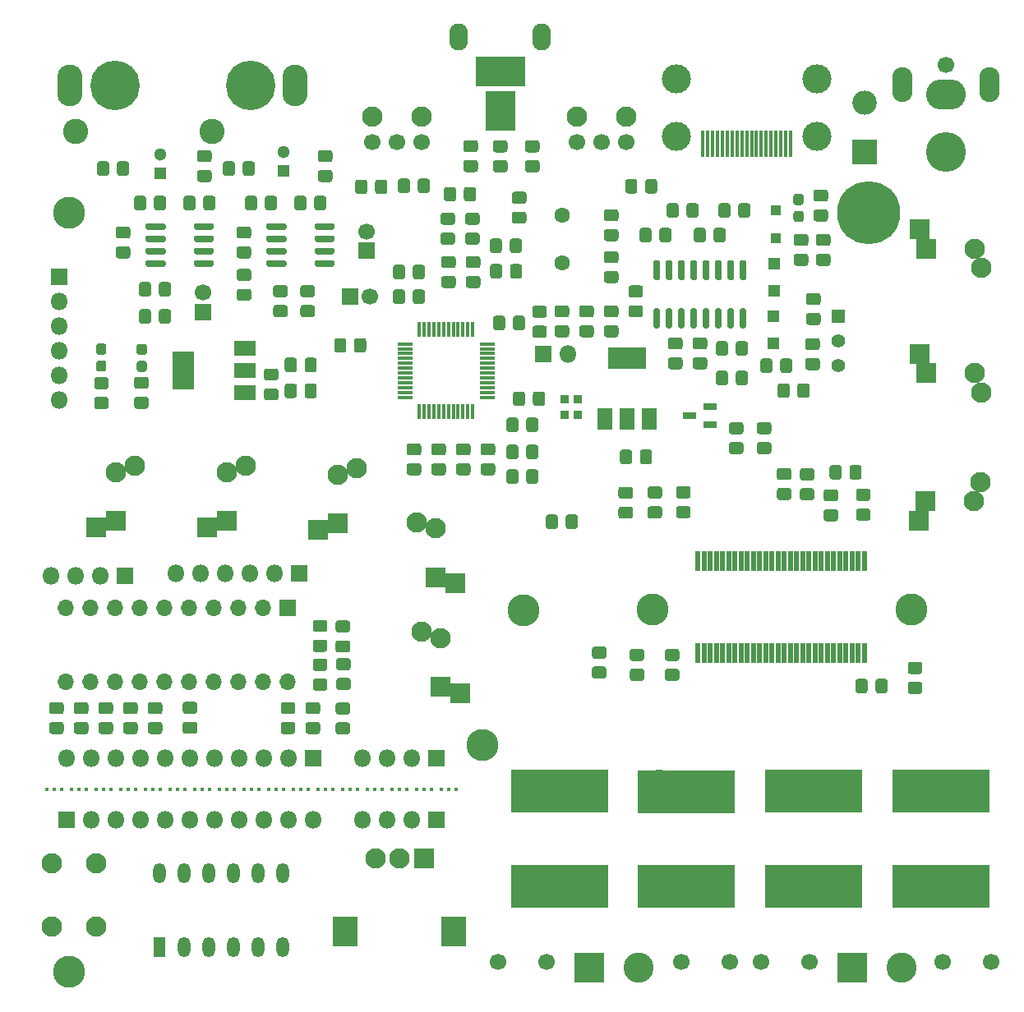
<source format=gts>
%TF.GenerationSoftware,KiCad,Pcbnew,(5.1.6-0-10_14)*%
%TF.CreationDate,2020-07-11T00:20:46+09:00*%
%TF.ProjectId,TAS6422AMP,54415336-3432-4324-914d-502e6b696361,rev?*%
%TF.SameCoordinates,Original*%
%TF.FileFunction,Soldermask,Top*%
%TF.FilePolarity,Negative*%
%FSLAX46Y46*%
G04 Gerber Fmt 4.6, Leading zero omitted, Abs format (unit mm)*
G04 Created by KiCad (PCBNEW (5.1.6-0-10_14)) date 2020-07-11 00:20:46*
%MOMM*%
%LPD*%
G01*
G04 APERTURE LIST*
%ADD10O,1.800000X1.800000*%
%ADD11R,1.800000X1.800000*%
%ADD12O,1.900000X2.800000*%
%ADD13R,3.100000X4.100000*%
%ADD14R,5.100000X3.100000*%
%ADD15R,2.100000X2.100000*%
%ADD16C,2.100000*%
%ADD17R,2.600000X3.100000*%
%ADD18C,1.600000*%
%ADD19R,0.535000X2.000000*%
%ADD20C,1.300000*%
%ADD21R,1.300000X1.300000*%
%ADD22C,1.700000*%
%ADD23R,1.700000X1.700000*%
%ADD24O,1.300000X2.100000*%
%ADD25R,1.300000X2.100000*%
%ADD26O,2.100000X3.600000*%
%ADD27O,4.100000X3.100000*%
%ADD28C,4.100000*%
%ADD29R,3.100000X3.100000*%
%ADD30R,10.100000X4.500000*%
%ADD31R,2.300000X3.900000*%
%ADD32R,2.300000X1.600000*%
%ADD33R,3.900000X2.300000*%
%ADD34R,1.600000X2.300000*%
%ADD35O,1.700000X1.700000*%
%ADD36C,2.985000*%
%ADD37R,0.400000X2.700000*%
%ADD38C,3.300000*%
%ADD39C,6.500000*%
%ADD40C,0.900000*%
%ADD41C,1.405000*%
%ADD42R,1.405000X1.405000*%
%ADD43R,1.200000X1.200000*%
%ADD44R,1.440000X0.740000*%
%ADD45R,1.100000X1.100000*%
%ADD46C,0.400000*%
%ADD47O,2.500000X2.500000*%
%ADD48R,2.500000X2.500000*%
%ADD49R,0.400000X1.575000*%
%ADD50R,1.575000X0.400000*%
%ADD51R,0.900000X0.900000*%
%ADD52C,3.100000*%
%ADD53C,5.100000*%
%ADD54C,2.600000*%
%ADD55O,2.600000X4.300000*%
G04 APERTURE END LIST*
D10*
%TO.C,J4*%
X90611960Y-107952540D03*
X93151960Y-107952540D03*
X95691960Y-107952540D03*
X98231960Y-107952540D03*
X100771960Y-107952540D03*
D11*
X103311960Y-107952540D03*
%TD*%
%TO.C,C20*%
G36*
G01*
X114230000Y-76382138D02*
X114230000Y-77338662D01*
G75*
G02*
X113958262Y-77610400I-271738J0D01*
G01*
X113251738Y-77610400D01*
G75*
G02*
X112980000Y-77338662I0J271738D01*
G01*
X112980000Y-76382138D01*
G75*
G02*
X113251738Y-76110400I271738J0D01*
G01*
X113958262Y-76110400D01*
G75*
G02*
X114230000Y-76382138I0J-271738D01*
G01*
G37*
G36*
G01*
X116280000Y-76382138D02*
X116280000Y-77338662D01*
G75*
G02*
X116008262Y-77610400I-271738J0D01*
G01*
X115301738Y-77610400D01*
G75*
G02*
X115030000Y-77338662I0J271738D01*
G01*
X115030000Y-76382138D01*
G75*
G02*
X115301738Y-76110400I271738J0D01*
G01*
X116008262Y-76110400D01*
G75*
G02*
X116280000Y-76382138I0J-271738D01*
G01*
G37*
%TD*%
%TO.C,C21*%
G36*
G01*
X121633262Y-71992500D02*
X120676738Y-71992500D01*
G75*
G02*
X120405000Y-71720762I0J271738D01*
G01*
X120405000Y-71014238D01*
G75*
G02*
X120676738Y-70742500I271738J0D01*
G01*
X121633262Y-70742500D01*
G75*
G02*
X121905000Y-71014238I0J-271738D01*
G01*
X121905000Y-71720762D01*
G75*
G02*
X121633262Y-71992500I-271738J0D01*
G01*
G37*
G36*
G01*
X121633262Y-74042500D02*
X120676738Y-74042500D01*
G75*
G02*
X120405000Y-73770762I0J271738D01*
G01*
X120405000Y-73064238D01*
G75*
G02*
X120676738Y-72792500I271738J0D01*
G01*
X121633262Y-72792500D01*
G75*
G02*
X121905000Y-73064238I0J-271738D01*
G01*
X121905000Y-73770762D01*
G75*
G02*
X121633262Y-74042500I-271738J0D01*
G01*
G37*
%TD*%
%TO.C,C22*%
G36*
G01*
X118215738Y-77260400D02*
X119172262Y-77260400D01*
G75*
G02*
X119444000Y-77532138I0J-271738D01*
G01*
X119444000Y-78238662D01*
G75*
G02*
X119172262Y-78510400I-271738J0D01*
G01*
X118215738Y-78510400D01*
G75*
G02*
X117944000Y-78238662I0J271738D01*
G01*
X117944000Y-77532138D01*
G75*
G02*
X118215738Y-77260400I271738J0D01*
G01*
G37*
G36*
G01*
X118215738Y-75210400D02*
X119172262Y-75210400D01*
G75*
G02*
X119444000Y-75482138I0J-271738D01*
G01*
X119444000Y-76188662D01*
G75*
G02*
X119172262Y-76460400I-271738J0D01*
G01*
X118215738Y-76460400D01*
G75*
G02*
X117944000Y-76188662I0J271738D01*
G01*
X117944000Y-75482138D01*
G75*
G02*
X118215738Y-75210400I271738J0D01*
G01*
G37*
%TD*%
%TO.C,C23*%
G36*
G01*
X121712262Y-76460400D02*
X120755738Y-76460400D01*
G75*
G02*
X120484000Y-76188662I0J271738D01*
G01*
X120484000Y-75482138D01*
G75*
G02*
X120755738Y-75210400I271738J0D01*
G01*
X121712262Y-75210400D01*
G75*
G02*
X121984000Y-75482138I0J-271738D01*
G01*
X121984000Y-76188662D01*
G75*
G02*
X121712262Y-76460400I-271738J0D01*
G01*
G37*
G36*
G01*
X121712262Y-78510400D02*
X120755738Y-78510400D01*
G75*
G02*
X120484000Y-78238662I0J271738D01*
G01*
X120484000Y-77532138D01*
G75*
G02*
X120755738Y-77260400I271738J0D01*
G01*
X121712262Y-77260400D01*
G75*
G02*
X121984000Y-77532138I0J-271738D01*
G01*
X121984000Y-78238662D01*
G75*
G02*
X121712262Y-78510400I-271738J0D01*
G01*
G37*
%TD*%
%TO.C,C24*%
G36*
G01*
X125914000Y-97464138D02*
X125914000Y-98420662D01*
G75*
G02*
X125642262Y-98692400I-271738J0D01*
G01*
X124935738Y-98692400D01*
G75*
G02*
X124664000Y-98420662I0J271738D01*
G01*
X124664000Y-97464138D01*
G75*
G02*
X124935738Y-97192400I271738J0D01*
G01*
X125642262Y-97192400D01*
G75*
G02*
X125914000Y-97464138I0J-271738D01*
G01*
G37*
G36*
G01*
X127964000Y-97464138D02*
X127964000Y-98420662D01*
G75*
G02*
X127692262Y-98692400I-271738J0D01*
G01*
X126985738Y-98692400D01*
G75*
G02*
X126714000Y-98420662I0J271738D01*
G01*
X126714000Y-97464138D01*
G75*
G02*
X126985738Y-97192400I271738J0D01*
G01*
X127692262Y-97192400D01*
G75*
G02*
X127964000Y-97464138I0J-271738D01*
G01*
G37*
%TD*%
%TO.C,C25*%
G36*
G01*
X126714000Y-95880662D02*
X126714000Y-94924138D01*
G75*
G02*
X126985738Y-94652400I271738J0D01*
G01*
X127692262Y-94652400D01*
G75*
G02*
X127964000Y-94924138I0J-271738D01*
G01*
X127964000Y-95880662D01*
G75*
G02*
X127692262Y-96152400I-271738J0D01*
G01*
X126985738Y-96152400D01*
G75*
G02*
X126714000Y-95880662I0J271738D01*
G01*
G37*
G36*
G01*
X124664000Y-95880662D02*
X124664000Y-94924138D01*
G75*
G02*
X124935738Y-94652400I271738J0D01*
G01*
X125642262Y-94652400D01*
G75*
G02*
X125914000Y-94924138I0J-271738D01*
G01*
X125914000Y-95880662D01*
G75*
G02*
X125642262Y-96152400I-271738J0D01*
G01*
X124935738Y-96152400D01*
G75*
G02*
X124664000Y-95880662I0J271738D01*
G01*
G37*
%TD*%
%TO.C,C26*%
G36*
G01*
X135936262Y-71634400D02*
X134979738Y-71634400D01*
G75*
G02*
X134708000Y-71362662I0J271738D01*
G01*
X134708000Y-70656138D01*
G75*
G02*
X134979738Y-70384400I271738J0D01*
G01*
X135936262Y-70384400D01*
G75*
G02*
X136208000Y-70656138I0J-271738D01*
G01*
X136208000Y-71362662D01*
G75*
G02*
X135936262Y-71634400I-271738J0D01*
G01*
G37*
G36*
G01*
X135936262Y-73684400D02*
X134979738Y-73684400D01*
G75*
G02*
X134708000Y-73412662I0J271738D01*
G01*
X134708000Y-72706138D01*
G75*
G02*
X134979738Y-72434400I271738J0D01*
G01*
X135936262Y-72434400D01*
G75*
G02*
X136208000Y-72706138I0J-271738D01*
G01*
X136208000Y-73412662D01*
G75*
G02*
X135936262Y-73684400I-271738J0D01*
G01*
G37*
%TD*%
%TO.C,C27*%
G36*
G01*
X134979738Y-76752400D02*
X135936262Y-76752400D01*
G75*
G02*
X136208000Y-77024138I0J-271738D01*
G01*
X136208000Y-77730662D01*
G75*
G02*
X135936262Y-78002400I-271738J0D01*
G01*
X134979738Y-78002400D01*
G75*
G02*
X134708000Y-77730662I0J271738D01*
G01*
X134708000Y-77024138D01*
G75*
G02*
X134979738Y-76752400I271738J0D01*
G01*
G37*
G36*
G01*
X134979738Y-74702400D02*
X135936262Y-74702400D01*
G75*
G02*
X136208000Y-74974138I0J-271738D01*
G01*
X136208000Y-75680662D01*
G75*
G02*
X135936262Y-75952400I-271738J0D01*
G01*
X134979738Y-75952400D01*
G75*
G02*
X134708000Y-75680662I0J271738D01*
G01*
X134708000Y-74974138D01*
G75*
G02*
X134979738Y-74702400I271738J0D01*
G01*
G37*
%TD*%
%TO.C,C28*%
G36*
G01*
X132439738Y-82340400D02*
X133396262Y-82340400D01*
G75*
G02*
X133668000Y-82612138I0J-271738D01*
G01*
X133668000Y-83318662D01*
G75*
G02*
X133396262Y-83590400I-271738J0D01*
G01*
X132439738Y-83590400D01*
G75*
G02*
X132168000Y-83318662I0J271738D01*
G01*
X132168000Y-82612138D01*
G75*
G02*
X132439738Y-82340400I271738J0D01*
G01*
G37*
G36*
G01*
X132439738Y-80290400D02*
X133396262Y-80290400D01*
G75*
G02*
X133668000Y-80562138I0J-271738D01*
G01*
X133668000Y-81268662D01*
G75*
G02*
X133396262Y-81540400I-271738J0D01*
G01*
X132439738Y-81540400D01*
G75*
G02*
X132168000Y-81268662I0J271738D01*
G01*
X132168000Y-80562138D01*
G75*
G02*
X132439738Y-80290400I271738J0D01*
G01*
G37*
%TD*%
%TO.C,C29*%
G36*
G01*
X134979738Y-82340400D02*
X135936262Y-82340400D01*
G75*
G02*
X136208000Y-82612138I0J-271738D01*
G01*
X136208000Y-83318662D01*
G75*
G02*
X135936262Y-83590400I-271738J0D01*
G01*
X134979738Y-83590400D01*
G75*
G02*
X134708000Y-83318662I0J271738D01*
G01*
X134708000Y-82612138D01*
G75*
G02*
X134979738Y-82340400I271738J0D01*
G01*
G37*
G36*
G01*
X134979738Y-80290400D02*
X135936262Y-80290400D01*
G75*
G02*
X136208000Y-80562138I0J-271738D01*
G01*
X136208000Y-81268662D01*
G75*
G02*
X135936262Y-81540400I-271738J0D01*
G01*
X134979738Y-81540400D01*
G75*
G02*
X134708000Y-81268662I0J271738D01*
G01*
X134708000Y-80562138D01*
G75*
G02*
X134979738Y-80290400I271738J0D01*
G01*
G37*
%TD*%
%TO.C,C30*%
G36*
G01*
X127606738Y-82386100D02*
X128563262Y-82386100D01*
G75*
G02*
X128835000Y-82657838I0J-271738D01*
G01*
X128835000Y-83364362D01*
G75*
G02*
X128563262Y-83636100I-271738J0D01*
G01*
X127606738Y-83636100D01*
G75*
G02*
X127335000Y-83364362I0J271738D01*
G01*
X127335000Y-82657838D01*
G75*
G02*
X127606738Y-82386100I271738J0D01*
G01*
G37*
G36*
G01*
X127606738Y-80336100D02*
X128563262Y-80336100D01*
G75*
G02*
X128835000Y-80607838I0J-271738D01*
G01*
X128835000Y-81314362D01*
G75*
G02*
X128563262Y-81586100I-271738J0D01*
G01*
X127606738Y-81586100D01*
G75*
G02*
X127335000Y-81314362I0J271738D01*
G01*
X127335000Y-80607838D01*
G75*
G02*
X127606738Y-80336100I271738J0D01*
G01*
G37*
%TD*%
%TO.C,C31*%
G36*
G01*
X159203000Y-97024738D02*
X159203000Y-97981262D01*
G75*
G02*
X158931262Y-98253000I-271738J0D01*
G01*
X158224738Y-98253000D01*
G75*
G02*
X157953000Y-97981262I0J271738D01*
G01*
X157953000Y-97024738D01*
G75*
G02*
X158224738Y-96753000I271738J0D01*
G01*
X158931262Y-96753000D01*
G75*
G02*
X159203000Y-97024738I0J-271738D01*
G01*
G37*
G36*
G01*
X161253000Y-97024738D02*
X161253000Y-97981262D01*
G75*
G02*
X160981262Y-98253000I-271738J0D01*
G01*
X160274738Y-98253000D01*
G75*
G02*
X160003000Y-97981262I0J271738D01*
G01*
X160003000Y-97024738D01*
G75*
G02*
X160274738Y-96753000I271738J0D01*
G01*
X160981262Y-96753000D01*
G75*
G02*
X161253000Y-97024738I0J-271738D01*
G01*
G37*
%TD*%
%TO.C,C32*%
G36*
G01*
X155162738Y-99140000D02*
X156119262Y-99140000D01*
G75*
G02*
X156391000Y-99411738I0J-271738D01*
G01*
X156391000Y-100118262D01*
G75*
G02*
X156119262Y-100390000I-271738J0D01*
G01*
X155162738Y-100390000D01*
G75*
G02*
X154891000Y-100118262I0J271738D01*
G01*
X154891000Y-99411738D01*
G75*
G02*
X155162738Y-99140000I271738J0D01*
G01*
G37*
G36*
G01*
X155162738Y-97090000D02*
X156119262Y-97090000D01*
G75*
G02*
X156391000Y-97361738I0J-271738D01*
G01*
X156391000Y-98068262D01*
G75*
G02*
X156119262Y-98340000I-271738J0D01*
G01*
X155162738Y-98340000D01*
G75*
G02*
X154891000Y-98068262I0J271738D01*
G01*
X154891000Y-97361738D01*
G75*
G02*
X155162738Y-97090000I271738J0D01*
G01*
G37*
%TD*%
%TO.C,C33*%
G36*
G01*
X161908262Y-100446000D02*
X160951738Y-100446000D01*
G75*
G02*
X160680000Y-100174262I0J271738D01*
G01*
X160680000Y-99467738D01*
G75*
G02*
X160951738Y-99196000I271738J0D01*
G01*
X161908262Y-99196000D01*
G75*
G02*
X162180000Y-99467738I0J-271738D01*
G01*
X162180000Y-100174262D01*
G75*
G02*
X161908262Y-100446000I-271738J0D01*
G01*
G37*
G36*
G01*
X161908262Y-102496000D02*
X160951738Y-102496000D01*
G75*
G02*
X160680000Y-102224262I0J271738D01*
G01*
X160680000Y-101517738D01*
G75*
G02*
X160951738Y-101246000I271738J0D01*
G01*
X161908262Y-101246000D01*
G75*
G02*
X162180000Y-101517738I0J-271738D01*
G01*
X162180000Y-102224262D01*
G75*
G02*
X161908262Y-102496000I-271738J0D01*
G01*
G37*
%TD*%
%TO.C,C34*%
G36*
G01*
X157621738Y-101299000D02*
X158578262Y-101299000D01*
G75*
G02*
X158850000Y-101570738I0J-271738D01*
G01*
X158850000Y-102277262D01*
G75*
G02*
X158578262Y-102549000I-271738J0D01*
G01*
X157621738Y-102549000D01*
G75*
G02*
X157350000Y-102277262I0J271738D01*
G01*
X157350000Y-101570738D01*
G75*
G02*
X157621738Y-101299000I271738J0D01*
G01*
G37*
G36*
G01*
X157621738Y-99249000D02*
X158578262Y-99249000D01*
G75*
G02*
X158850000Y-99520738I0J-271738D01*
G01*
X158850000Y-100227262D01*
G75*
G02*
X158578262Y-100499000I-271738J0D01*
G01*
X157621738Y-100499000D01*
G75*
G02*
X157350000Y-100227262I0J271738D01*
G01*
X157350000Y-99520738D01*
G75*
G02*
X157621738Y-99249000I271738J0D01*
G01*
G37*
%TD*%
%TO.C,C35*%
G36*
G01*
X152805738Y-99101900D02*
X153762262Y-99101900D01*
G75*
G02*
X154034000Y-99373638I0J-271738D01*
G01*
X154034000Y-100080162D01*
G75*
G02*
X153762262Y-100351900I-271738J0D01*
G01*
X152805738Y-100351900D01*
G75*
G02*
X152534000Y-100080162I0J271738D01*
G01*
X152534000Y-99373638D01*
G75*
G02*
X152805738Y-99101900I271738J0D01*
G01*
G37*
G36*
G01*
X152805738Y-97051900D02*
X153762262Y-97051900D01*
G75*
G02*
X154034000Y-97323638I0J-271738D01*
G01*
X154034000Y-98030162D01*
G75*
G02*
X153762262Y-98301900I-271738J0D01*
G01*
X152805738Y-98301900D01*
G75*
G02*
X152534000Y-98030162I0J271738D01*
G01*
X152534000Y-97323638D01*
G75*
G02*
X152805738Y-97051900I271738J0D01*
G01*
G37*
%TD*%
%TO.C,C39*%
G36*
G01*
X114738000Y-67492138D02*
X114738000Y-68448662D01*
G75*
G02*
X114466262Y-68720400I-271738J0D01*
G01*
X113759738Y-68720400D01*
G75*
G02*
X113488000Y-68448662I0J271738D01*
G01*
X113488000Y-67492138D01*
G75*
G02*
X113759738Y-67220400I271738J0D01*
G01*
X114466262Y-67220400D01*
G75*
G02*
X114738000Y-67492138I0J-271738D01*
G01*
G37*
G36*
G01*
X116788000Y-67492138D02*
X116788000Y-68448662D01*
G75*
G02*
X116516262Y-68720400I-271738J0D01*
G01*
X115809738Y-68720400D01*
G75*
G02*
X115538000Y-68448662I0J271738D01*
G01*
X115538000Y-67492138D01*
G75*
G02*
X115809738Y-67220400I271738J0D01*
G01*
X116516262Y-67220400D01*
G75*
G02*
X116788000Y-67492138I0J-271738D01*
G01*
G37*
%TD*%
%TO.C,C40*%
G36*
G01*
X127808262Y-64531400D02*
X126851738Y-64531400D01*
G75*
G02*
X126580000Y-64259662I0J271738D01*
G01*
X126580000Y-63553138D01*
G75*
G02*
X126851738Y-63281400I271738J0D01*
G01*
X127808262Y-63281400D01*
G75*
G02*
X128080000Y-63553138I0J-271738D01*
G01*
X128080000Y-64259662D01*
G75*
G02*
X127808262Y-64531400I-271738J0D01*
G01*
G37*
G36*
G01*
X127808262Y-66581400D02*
X126851738Y-66581400D01*
G75*
G02*
X126580000Y-66309662I0J271738D01*
G01*
X126580000Y-65603138D01*
G75*
G02*
X126851738Y-65331400I271738J0D01*
G01*
X127808262Y-65331400D01*
G75*
G02*
X128080000Y-65603138I0J-271738D01*
G01*
X128080000Y-66309662D01*
G75*
G02*
X127808262Y-66581400I-271738J0D01*
G01*
G37*
%TD*%
%TO.C,C45*%
G36*
G01*
X141250738Y-117751000D02*
X142207262Y-117751000D01*
G75*
G02*
X142479000Y-118022738I0J-271738D01*
G01*
X142479000Y-118729262D01*
G75*
G02*
X142207262Y-119001000I-271738J0D01*
G01*
X141250738Y-119001000D01*
G75*
G02*
X140979000Y-118729262I0J271738D01*
G01*
X140979000Y-118022738D01*
G75*
G02*
X141250738Y-117751000I271738J0D01*
G01*
G37*
G36*
G01*
X141250738Y-115701000D02*
X142207262Y-115701000D01*
G75*
G02*
X142479000Y-115972738I0J-271738D01*
G01*
X142479000Y-116679262D01*
G75*
G02*
X142207262Y-116951000I-271738J0D01*
G01*
X141250738Y-116951000D01*
G75*
G02*
X140979000Y-116679262I0J271738D01*
G01*
X140979000Y-115972738D01*
G75*
G02*
X141250738Y-115701000I271738J0D01*
G01*
G37*
%TD*%
%TO.C,C46*%
G36*
G01*
X137636738Y-117751000D02*
X138593262Y-117751000D01*
G75*
G02*
X138865000Y-118022738I0J-271738D01*
G01*
X138865000Y-118729262D01*
G75*
G02*
X138593262Y-119001000I-271738J0D01*
G01*
X137636738Y-119001000D01*
G75*
G02*
X137365000Y-118729262I0J271738D01*
G01*
X137365000Y-118022738D01*
G75*
G02*
X137636738Y-117751000I271738J0D01*
G01*
G37*
G36*
G01*
X137636738Y-115701000D02*
X138593262Y-115701000D01*
G75*
G02*
X138865000Y-115972738I0J-271738D01*
G01*
X138865000Y-116679262D01*
G75*
G02*
X138593262Y-116951000I-271738J0D01*
G01*
X137636738Y-116951000D01*
G75*
G02*
X137365000Y-116679262I0J271738D01*
G01*
X137365000Y-115972738D01*
G75*
G02*
X137636738Y-115701000I271738J0D01*
G01*
G37*
%TD*%
%TO.C,C47*%
G36*
G01*
X162683000Y-120005262D02*
X162683000Y-119048738D01*
G75*
G02*
X162954738Y-118777000I271738J0D01*
G01*
X163661262Y-118777000D01*
G75*
G02*
X163933000Y-119048738I0J-271738D01*
G01*
X163933000Y-120005262D01*
G75*
G02*
X163661262Y-120277000I-271738J0D01*
G01*
X162954738Y-120277000D01*
G75*
G02*
X162683000Y-120005262I0J271738D01*
G01*
G37*
G36*
G01*
X160633000Y-120005262D02*
X160633000Y-119048738D01*
G75*
G02*
X160904738Y-118777000I271738J0D01*
G01*
X161611262Y-118777000D01*
G75*
G02*
X161883000Y-119048738I0J-271738D01*
G01*
X161883000Y-120005262D01*
G75*
G02*
X161611262Y-120277000I-271738J0D01*
G01*
X160904738Y-120277000D01*
G75*
G02*
X160633000Y-120005262I0J271738D01*
G01*
G37*
%TD*%
%TO.C,C48*%
G36*
G01*
X166282738Y-119094000D02*
X167239262Y-119094000D01*
G75*
G02*
X167511000Y-119365738I0J-271738D01*
G01*
X167511000Y-120072262D01*
G75*
G02*
X167239262Y-120344000I-271738J0D01*
G01*
X166282738Y-120344000D01*
G75*
G02*
X166011000Y-120072262I0J271738D01*
G01*
X166011000Y-119365738D01*
G75*
G02*
X166282738Y-119094000I271738J0D01*
G01*
G37*
G36*
G01*
X166282738Y-117044000D02*
X167239262Y-117044000D01*
G75*
G02*
X167511000Y-117315738I0J-271738D01*
G01*
X167511000Y-118022262D01*
G75*
G02*
X167239262Y-118294000I-271738J0D01*
G01*
X166282738Y-118294000D01*
G75*
G02*
X166011000Y-118022262I0J271738D01*
G01*
X166011000Y-117315738D01*
G75*
G02*
X166282738Y-117044000I271738J0D01*
G01*
G37*
%TD*%
%TO.C,C49*%
G36*
G01*
X124506262Y-64531400D02*
X123549738Y-64531400D01*
G75*
G02*
X123278000Y-64259662I0J271738D01*
G01*
X123278000Y-63553138D01*
G75*
G02*
X123549738Y-63281400I271738J0D01*
G01*
X124506262Y-63281400D01*
G75*
G02*
X124778000Y-63553138I0J-271738D01*
G01*
X124778000Y-64259662D01*
G75*
G02*
X124506262Y-64531400I-271738J0D01*
G01*
G37*
G36*
G01*
X124506262Y-66581400D02*
X123549738Y-66581400D01*
G75*
G02*
X123278000Y-66309662I0J271738D01*
G01*
X123278000Y-65603138D01*
G75*
G02*
X123549738Y-65331400I271738J0D01*
G01*
X124506262Y-65331400D01*
G75*
G02*
X124778000Y-65603138I0J-271738D01*
G01*
X124778000Y-66309662D01*
G75*
G02*
X124506262Y-66581400I-271738J0D01*
G01*
G37*
%TD*%
%TO.C,D1*%
G36*
G01*
X87364180Y-85409760D02*
X86839180Y-85409760D01*
G75*
G02*
X86576680Y-85147260I0J262500D01*
G01*
X86576680Y-84522260D01*
G75*
G02*
X86839180Y-84259760I262500J0D01*
G01*
X87364180Y-84259760D01*
G75*
G02*
X87626680Y-84522260I0J-262500D01*
G01*
X87626680Y-85147260D01*
G75*
G02*
X87364180Y-85409760I-262500J0D01*
G01*
G37*
G36*
G01*
X87364180Y-87159760D02*
X86839180Y-87159760D01*
G75*
G02*
X86576680Y-86897260I0J262500D01*
G01*
X86576680Y-86272260D01*
G75*
G02*
X86839180Y-86009760I262500J0D01*
G01*
X87364180Y-86009760D01*
G75*
G02*
X87626680Y-86272260I0J-262500D01*
G01*
X87626680Y-86897260D01*
G75*
G02*
X87364180Y-87159760I-262500J0D01*
G01*
G37*
%TD*%
%TO.C,FB1*%
G36*
G01*
X103077000Y-88627438D02*
X103077000Y-89583962D01*
G75*
G02*
X102805262Y-89855700I-271738J0D01*
G01*
X102098738Y-89855700D01*
G75*
G02*
X101827000Y-89583962I0J271738D01*
G01*
X101827000Y-88627438D01*
G75*
G02*
X102098738Y-88355700I271738J0D01*
G01*
X102805262Y-88355700D01*
G75*
G02*
X103077000Y-88627438I0J-271738D01*
G01*
G37*
G36*
G01*
X105127000Y-88627438D02*
X105127000Y-89583962D01*
G75*
G02*
X104855262Y-89855700I-271738J0D01*
G01*
X104148738Y-89855700D01*
G75*
G02*
X103877000Y-89583962I0J271738D01*
G01*
X103877000Y-88627438D01*
G75*
G02*
X104148738Y-88355700I271738J0D01*
G01*
X104855262Y-88355700D01*
G75*
G02*
X105127000Y-88627438I0J-271738D01*
G01*
G37*
%TD*%
%TO.C,FB2*%
G36*
G01*
X124209860Y-73666878D02*
X124209860Y-74623402D01*
G75*
G02*
X123938122Y-74895140I-271738J0D01*
G01*
X123231598Y-74895140D01*
G75*
G02*
X122959860Y-74623402I0J271738D01*
G01*
X122959860Y-73666878D01*
G75*
G02*
X123231598Y-73395140I271738J0D01*
G01*
X123938122Y-73395140D01*
G75*
G02*
X124209860Y-73666878I0J-271738D01*
G01*
G37*
G36*
G01*
X126259860Y-73666878D02*
X126259860Y-74623402D01*
G75*
G02*
X125988122Y-74895140I-271738J0D01*
G01*
X125281598Y-74895140D01*
G75*
G02*
X125009860Y-74623402I0J271738D01*
G01*
X125009860Y-73666878D01*
G75*
G02*
X125281598Y-73395140I271738J0D01*
G01*
X125988122Y-73395140D01*
G75*
G02*
X126259860Y-73666878I0J-271738D01*
G01*
G37*
%TD*%
D12*
%TO.C,J3*%
X128278000Y-52672400D03*
X119778000Y-52672400D03*
D13*
X124028000Y-60222400D03*
D14*
X124028000Y-56222400D03*
%TD*%
%TO.C,R2*%
G36*
G01*
X97504200Y-66670662D02*
X97504200Y-65714138D01*
G75*
G02*
X97775938Y-65442400I271738J0D01*
G01*
X98482462Y-65442400D01*
G75*
G02*
X98754200Y-65714138I0J-271738D01*
G01*
X98754200Y-66670662D01*
G75*
G02*
X98482462Y-66942400I-271738J0D01*
G01*
X97775938Y-66942400D01*
G75*
G02*
X97504200Y-66670662I0J271738D01*
G01*
G37*
G36*
G01*
X95454200Y-66670662D02*
X95454200Y-65714138D01*
G75*
G02*
X95725938Y-65442400I271738J0D01*
G01*
X96432462Y-65442400D01*
G75*
G02*
X96704200Y-65714138I0J-271738D01*
G01*
X96704200Y-66670662D01*
G75*
G02*
X96432462Y-66942400I-271738J0D01*
G01*
X95725938Y-66942400D01*
G75*
G02*
X95454200Y-66670662I0J271738D01*
G01*
G37*
%TD*%
%TO.C,R3*%
G36*
G01*
X84550200Y-66670662D02*
X84550200Y-65714138D01*
G75*
G02*
X84821938Y-65442400I271738J0D01*
G01*
X85528462Y-65442400D01*
G75*
G02*
X85800200Y-65714138I0J-271738D01*
G01*
X85800200Y-66670662D01*
G75*
G02*
X85528462Y-66942400I-271738J0D01*
G01*
X84821938Y-66942400D01*
G75*
G02*
X84550200Y-66670662I0J271738D01*
G01*
G37*
G36*
G01*
X82500200Y-66670662D02*
X82500200Y-65714138D01*
G75*
G02*
X82771938Y-65442400I271738J0D01*
G01*
X83478462Y-65442400D01*
G75*
G02*
X83750200Y-65714138I0J-271738D01*
G01*
X83750200Y-66670662D01*
G75*
G02*
X83478462Y-66942400I-271738J0D01*
G01*
X82771938Y-66942400D01*
G75*
G02*
X82500200Y-66670662I0J271738D01*
G01*
G37*
%TD*%
%TO.C,R4*%
G36*
G01*
X86572618Y-89701320D02*
X87529142Y-89701320D01*
G75*
G02*
X87800880Y-89973058I0J-271738D01*
G01*
X87800880Y-90679582D01*
G75*
G02*
X87529142Y-90951320I-271738J0D01*
G01*
X86572618Y-90951320D01*
G75*
G02*
X86300880Y-90679582I0J271738D01*
G01*
X86300880Y-89973058D01*
G75*
G02*
X86572618Y-89701320I271738J0D01*
G01*
G37*
G36*
G01*
X86572618Y-87651320D02*
X87529142Y-87651320D01*
G75*
G02*
X87800880Y-87923058I0J-271738D01*
G01*
X87800880Y-88629582D01*
G75*
G02*
X87529142Y-88901320I-271738J0D01*
G01*
X86572618Y-88901320D01*
G75*
G02*
X86300880Y-88629582I0J271738D01*
G01*
X86300880Y-87923058D01*
G75*
G02*
X86572618Y-87651320I271738J0D01*
G01*
G37*
%TD*%
%TO.C,R5*%
G36*
G01*
X106472262Y-65538400D02*
X105515738Y-65538400D01*
G75*
G02*
X105244000Y-65266662I0J271738D01*
G01*
X105244000Y-64560138D01*
G75*
G02*
X105515738Y-64288400I271738J0D01*
G01*
X106472262Y-64288400D01*
G75*
G02*
X106744000Y-64560138I0J-271738D01*
G01*
X106744000Y-65266662D01*
G75*
G02*
X106472262Y-65538400I-271738J0D01*
G01*
G37*
G36*
G01*
X106472262Y-67588400D02*
X105515738Y-67588400D01*
G75*
G02*
X105244000Y-67316662I0J271738D01*
G01*
X105244000Y-66610138D01*
G75*
G02*
X105515738Y-66338400I271738J0D01*
G01*
X106472262Y-66338400D01*
G75*
G02*
X106744000Y-66610138I0J-271738D01*
G01*
X106744000Y-67316662D01*
G75*
G02*
X106472262Y-67588400I-271738J0D01*
G01*
G37*
%TD*%
%TO.C,R6*%
G36*
G01*
X94026462Y-65538400D02*
X93069938Y-65538400D01*
G75*
G02*
X92798200Y-65266662I0J271738D01*
G01*
X92798200Y-64560138D01*
G75*
G02*
X93069938Y-64288400I271738J0D01*
G01*
X94026462Y-64288400D01*
G75*
G02*
X94298200Y-64560138I0J-271738D01*
G01*
X94298200Y-65266662D01*
G75*
G02*
X94026462Y-65538400I-271738J0D01*
G01*
G37*
G36*
G01*
X94026462Y-67588400D02*
X93069938Y-67588400D01*
G75*
G02*
X92798200Y-67316662I0J271738D01*
G01*
X92798200Y-66610138D01*
G75*
G02*
X93069938Y-66338400I271738J0D01*
G01*
X94026462Y-66338400D01*
G75*
G02*
X94298200Y-66610138I0J-271738D01*
G01*
X94298200Y-67316662D01*
G75*
G02*
X94026462Y-67588400I-271738J0D01*
G01*
G37*
%TD*%
%TO.C,R7*%
G36*
G01*
X104870000Y-70226662D02*
X104870000Y-69270138D01*
G75*
G02*
X105141738Y-68998400I271738J0D01*
G01*
X105848262Y-68998400D01*
G75*
G02*
X106120000Y-69270138I0J-271738D01*
G01*
X106120000Y-70226662D01*
G75*
G02*
X105848262Y-70498400I-271738J0D01*
G01*
X105141738Y-70498400D01*
G75*
G02*
X104870000Y-70226662I0J271738D01*
G01*
G37*
G36*
G01*
X102820000Y-70226662D02*
X102820000Y-69270138D01*
G75*
G02*
X103091738Y-68998400I271738J0D01*
G01*
X103798262Y-68998400D01*
G75*
G02*
X104070000Y-69270138I0J-271738D01*
G01*
X104070000Y-70226662D01*
G75*
G02*
X103798262Y-70498400I-271738J0D01*
G01*
X103091738Y-70498400D01*
G75*
G02*
X102820000Y-70226662I0J271738D01*
G01*
G37*
%TD*%
%TO.C,R8*%
G36*
G01*
X93440200Y-70226662D02*
X93440200Y-69270138D01*
G75*
G02*
X93711938Y-68998400I271738J0D01*
G01*
X94418462Y-68998400D01*
G75*
G02*
X94690200Y-69270138I0J-271738D01*
G01*
X94690200Y-70226662D01*
G75*
G02*
X94418462Y-70498400I-271738J0D01*
G01*
X93711938Y-70498400D01*
G75*
G02*
X93440200Y-70226662I0J271738D01*
G01*
G37*
G36*
G01*
X91390200Y-70226662D02*
X91390200Y-69270138D01*
G75*
G02*
X91661938Y-68998400I271738J0D01*
G01*
X92368462Y-68998400D01*
G75*
G02*
X92640200Y-69270138I0J-271738D01*
G01*
X92640200Y-70226662D01*
G75*
G02*
X92368462Y-70498400I-271738J0D01*
G01*
X91661938Y-70498400D01*
G75*
G02*
X91390200Y-70226662I0J271738D01*
G01*
G37*
%TD*%
%TO.C,R9*%
G36*
G01*
X85644462Y-73412400D02*
X84687938Y-73412400D01*
G75*
G02*
X84416200Y-73140662I0J271738D01*
G01*
X84416200Y-72434138D01*
G75*
G02*
X84687938Y-72162400I271738J0D01*
G01*
X85644462Y-72162400D01*
G75*
G02*
X85916200Y-72434138I0J-271738D01*
G01*
X85916200Y-73140662D01*
G75*
G02*
X85644462Y-73412400I-271738J0D01*
G01*
G37*
G36*
G01*
X85644462Y-75462400D02*
X84687938Y-75462400D01*
G75*
G02*
X84416200Y-75190662I0J271738D01*
G01*
X84416200Y-74484138D01*
G75*
G02*
X84687938Y-74212400I271738J0D01*
G01*
X85644462Y-74212400D01*
G75*
G02*
X85916200Y-74484138I0J-271738D01*
G01*
X85916200Y-75190662D01*
G75*
G02*
X85644462Y-75462400I-271738J0D01*
G01*
G37*
%TD*%
%TO.C,R10*%
G36*
G01*
X98090462Y-73412400D02*
X97133938Y-73412400D01*
G75*
G02*
X96862200Y-73140662I0J271738D01*
G01*
X96862200Y-72434138D01*
G75*
G02*
X97133938Y-72162400I271738J0D01*
G01*
X98090462Y-72162400D01*
G75*
G02*
X98362200Y-72434138I0J-271738D01*
G01*
X98362200Y-73140662D01*
G75*
G02*
X98090462Y-73412400I-271738J0D01*
G01*
G37*
G36*
G01*
X98090462Y-75462400D02*
X97133938Y-75462400D01*
G75*
G02*
X96862200Y-75190662I0J271738D01*
G01*
X96862200Y-74484138D01*
G75*
G02*
X97133938Y-74212400I271738J0D01*
G01*
X98090462Y-74212400D01*
G75*
G02*
X98362200Y-74484138I0J-271738D01*
G01*
X98362200Y-75190662D01*
G75*
G02*
X98090462Y-75462400I-271738J0D01*
G01*
G37*
%TD*%
%TO.C,R11*%
G36*
G01*
X126459262Y-69833500D02*
X125502738Y-69833500D01*
G75*
G02*
X125231000Y-69561762I0J271738D01*
G01*
X125231000Y-68855238D01*
G75*
G02*
X125502738Y-68583500I271738J0D01*
G01*
X126459262Y-68583500D01*
G75*
G02*
X126731000Y-68855238I0J-271738D01*
G01*
X126731000Y-69561762D01*
G75*
G02*
X126459262Y-69833500I-271738J0D01*
G01*
G37*
G36*
G01*
X126459262Y-71883500D02*
X125502738Y-71883500D01*
G75*
G02*
X125231000Y-71611762I0J271738D01*
G01*
X125231000Y-70905238D01*
G75*
G02*
X125502738Y-70633500I271738J0D01*
G01*
X126459262Y-70633500D01*
G75*
G02*
X126731000Y-70905238I0J-271738D01*
G01*
X126731000Y-71611762D01*
G75*
G02*
X126459262Y-71883500I-271738J0D01*
G01*
G37*
%TD*%
%TO.C,R12*%
G36*
G01*
X119093262Y-71992500D02*
X118136738Y-71992500D01*
G75*
G02*
X117865000Y-71720762I0J271738D01*
G01*
X117865000Y-71014238D01*
G75*
G02*
X118136738Y-70742500I271738J0D01*
G01*
X119093262Y-70742500D01*
G75*
G02*
X119365000Y-71014238I0J-271738D01*
G01*
X119365000Y-71720762D01*
G75*
G02*
X119093262Y-71992500I-271738J0D01*
G01*
G37*
G36*
G01*
X119093262Y-74042500D02*
X118136738Y-74042500D01*
G75*
G02*
X117865000Y-73770762I0J271738D01*
G01*
X117865000Y-73064238D01*
G75*
G02*
X118136738Y-72792500I271738J0D01*
G01*
X119093262Y-72792500D01*
G75*
G02*
X119365000Y-73064238I0J-271738D01*
G01*
X119365000Y-73770762D01*
G75*
G02*
X119093262Y-74042500I-271738J0D01*
G01*
G37*
%TD*%
%TO.C,R13*%
G36*
G01*
X115616262Y-95764400D02*
X114659738Y-95764400D01*
G75*
G02*
X114388000Y-95492662I0J271738D01*
G01*
X114388000Y-94786138D01*
G75*
G02*
X114659738Y-94514400I271738J0D01*
G01*
X115616262Y-94514400D01*
G75*
G02*
X115888000Y-94786138I0J-271738D01*
G01*
X115888000Y-95492662D01*
G75*
G02*
X115616262Y-95764400I-271738J0D01*
G01*
G37*
G36*
G01*
X115616262Y-97814400D02*
X114659738Y-97814400D01*
G75*
G02*
X114388000Y-97542662I0J271738D01*
G01*
X114388000Y-96836138D01*
G75*
G02*
X114659738Y-96564400I271738J0D01*
G01*
X115616262Y-96564400D01*
G75*
G02*
X115888000Y-96836138I0J-271738D01*
G01*
X115888000Y-97542662D01*
G75*
G02*
X115616262Y-97814400I-271738J0D01*
G01*
G37*
%TD*%
%TO.C,R14*%
G36*
G01*
X118156262Y-95764400D02*
X117199738Y-95764400D01*
G75*
G02*
X116928000Y-95492662I0J271738D01*
G01*
X116928000Y-94786138D01*
G75*
G02*
X117199738Y-94514400I271738J0D01*
G01*
X118156262Y-94514400D01*
G75*
G02*
X118428000Y-94786138I0J-271738D01*
G01*
X118428000Y-95492662D01*
G75*
G02*
X118156262Y-95764400I-271738J0D01*
G01*
G37*
G36*
G01*
X118156262Y-97814400D02*
X117199738Y-97814400D01*
G75*
G02*
X116928000Y-97542662I0J271738D01*
G01*
X116928000Y-96836138D01*
G75*
G02*
X117199738Y-96564400I271738J0D01*
G01*
X118156262Y-96564400D01*
G75*
G02*
X118428000Y-96836138I0J-271738D01*
G01*
X118428000Y-97542662D01*
G75*
G02*
X118156262Y-97814400I-271738J0D01*
G01*
G37*
%TD*%
%TO.C,R15*%
G36*
G01*
X120696262Y-95764400D02*
X119739738Y-95764400D01*
G75*
G02*
X119468000Y-95492662I0J271738D01*
G01*
X119468000Y-94786138D01*
G75*
G02*
X119739738Y-94514400I271738J0D01*
G01*
X120696262Y-94514400D01*
G75*
G02*
X120968000Y-94786138I0J-271738D01*
G01*
X120968000Y-95492662D01*
G75*
G02*
X120696262Y-95764400I-271738J0D01*
G01*
G37*
G36*
G01*
X120696262Y-97814400D02*
X119739738Y-97814400D01*
G75*
G02*
X119468000Y-97542662I0J271738D01*
G01*
X119468000Y-96836138D01*
G75*
G02*
X119739738Y-96564400I271738J0D01*
G01*
X120696262Y-96564400D01*
G75*
G02*
X120968000Y-96836138I0J-271738D01*
G01*
X120968000Y-97542662D01*
G75*
G02*
X120696262Y-97814400I-271738J0D01*
G01*
G37*
%TD*%
%TO.C,R16*%
G36*
G01*
X123236262Y-95764400D02*
X122279738Y-95764400D01*
G75*
G02*
X122008000Y-95492662I0J271738D01*
G01*
X122008000Y-94786138D01*
G75*
G02*
X122279738Y-94514400I271738J0D01*
G01*
X123236262Y-94514400D01*
G75*
G02*
X123508000Y-94786138I0J-271738D01*
G01*
X123508000Y-95492662D01*
G75*
G02*
X123236262Y-95764400I-271738J0D01*
G01*
G37*
G36*
G01*
X123236262Y-97814400D02*
X122279738Y-97814400D01*
G75*
G02*
X122008000Y-97542662I0J271738D01*
G01*
X122008000Y-96836138D01*
G75*
G02*
X122279738Y-96564400I271738J0D01*
G01*
X123236262Y-96564400D01*
G75*
G02*
X123508000Y-96836138I0J-271738D01*
G01*
X123508000Y-97542662D01*
G75*
G02*
X123236262Y-97814400I-271738J0D01*
G01*
G37*
%TD*%
%TO.C,R17*%
G36*
G01*
X119485000Y-68358238D02*
X119485000Y-69314762D01*
G75*
G02*
X119213262Y-69586500I-271738J0D01*
G01*
X118506738Y-69586500D01*
G75*
G02*
X118235000Y-69314762I0J271738D01*
G01*
X118235000Y-68358238D01*
G75*
G02*
X118506738Y-68086500I271738J0D01*
G01*
X119213262Y-68086500D01*
G75*
G02*
X119485000Y-68358238I0J-271738D01*
G01*
G37*
G36*
G01*
X121535000Y-68358238D02*
X121535000Y-69314762D01*
G75*
G02*
X121263262Y-69586500I-271738J0D01*
G01*
X120556738Y-69586500D01*
G75*
G02*
X120285000Y-69314762I0J271738D01*
G01*
X120285000Y-68358238D01*
G75*
G02*
X120556738Y-68086500I271738J0D01*
G01*
X121263262Y-68086500D01*
G75*
G02*
X121535000Y-68358238I0J-271738D01*
G01*
G37*
%TD*%
%TO.C,R18*%
G36*
G01*
X125035260Y-77265002D02*
X125035260Y-76308478D01*
G75*
G02*
X125306998Y-76036740I271738J0D01*
G01*
X126013522Y-76036740D01*
G75*
G02*
X126285260Y-76308478I0J-271738D01*
G01*
X126285260Y-77265002D01*
G75*
G02*
X126013522Y-77536740I-271738J0D01*
G01*
X125306998Y-77536740D01*
G75*
G02*
X125035260Y-77265002I0J271738D01*
G01*
G37*
G36*
G01*
X122985260Y-77265002D02*
X122985260Y-76308478D01*
G75*
G02*
X123256998Y-76036740I271738J0D01*
G01*
X123963522Y-76036740D01*
G75*
G02*
X124235260Y-76308478I0J-271738D01*
G01*
X124235260Y-77265002D01*
G75*
G02*
X123963522Y-77536740I-271738J0D01*
G01*
X123256998Y-77536740D01*
G75*
G02*
X122985260Y-77265002I0J271738D01*
G01*
G37*
%TD*%
%TO.C,R19*%
G36*
G01*
X126714000Y-93086662D02*
X126714000Y-92130138D01*
G75*
G02*
X126985738Y-91858400I271738J0D01*
G01*
X127692262Y-91858400D01*
G75*
G02*
X127964000Y-92130138I0J-271738D01*
G01*
X127964000Y-93086662D01*
G75*
G02*
X127692262Y-93358400I-271738J0D01*
G01*
X126985738Y-93358400D01*
G75*
G02*
X126714000Y-93086662I0J271738D01*
G01*
G37*
G36*
G01*
X124664000Y-93086662D02*
X124664000Y-92130138D01*
G75*
G02*
X124935738Y-91858400I271738J0D01*
G01*
X125642262Y-91858400D01*
G75*
G02*
X125914000Y-92130138I0J-271738D01*
G01*
X125914000Y-93086662D01*
G75*
G02*
X125642262Y-93358400I-271738J0D01*
G01*
X124935738Y-93358400D01*
G75*
G02*
X124664000Y-93086662I0J271738D01*
G01*
G37*
%TD*%
%TO.C,R20*%
G36*
G01*
X126597000Y-89440238D02*
X126597000Y-90396762D01*
G75*
G02*
X126325262Y-90668500I-271738J0D01*
G01*
X125618738Y-90668500D01*
G75*
G02*
X125347000Y-90396762I0J271738D01*
G01*
X125347000Y-89440238D01*
G75*
G02*
X125618738Y-89168500I271738J0D01*
G01*
X126325262Y-89168500D01*
G75*
G02*
X126597000Y-89440238I0J-271738D01*
G01*
G37*
G36*
G01*
X128647000Y-89440238D02*
X128647000Y-90396762D01*
G75*
G02*
X128375262Y-90668500I-271738J0D01*
G01*
X127668738Y-90668500D01*
G75*
G02*
X127397000Y-90396762I0J271738D01*
G01*
X127397000Y-89440238D01*
G75*
G02*
X127668738Y-89168500I271738J0D01*
G01*
X128375262Y-89168500D01*
G75*
G02*
X128647000Y-89440238I0J-271738D01*
G01*
G37*
%TD*%
%TO.C,R21*%
G36*
G01*
X129899738Y-82340400D02*
X130856262Y-82340400D01*
G75*
G02*
X131128000Y-82612138I0J-271738D01*
G01*
X131128000Y-83318662D01*
G75*
G02*
X130856262Y-83590400I-271738J0D01*
G01*
X129899738Y-83590400D01*
G75*
G02*
X129628000Y-83318662I0J271738D01*
G01*
X129628000Y-82612138D01*
G75*
G02*
X129899738Y-82340400I271738J0D01*
G01*
G37*
G36*
G01*
X129899738Y-80290400D02*
X130856262Y-80290400D01*
G75*
G02*
X131128000Y-80562138I0J-271738D01*
G01*
X131128000Y-81268662D01*
G75*
G02*
X130856262Y-81540400I-271738J0D01*
G01*
X129899738Y-81540400D01*
G75*
G02*
X129628000Y-81268662I0J271738D01*
G01*
X129628000Y-80562138D01*
G75*
G02*
X129899738Y-80290400I271738J0D01*
G01*
G37*
%TD*%
%TO.C,R22*%
G36*
G01*
X124538000Y-81639938D02*
X124538000Y-82596462D01*
G75*
G02*
X124266262Y-82868200I-271738J0D01*
G01*
X123559738Y-82868200D01*
G75*
G02*
X123288000Y-82596462I0J271738D01*
G01*
X123288000Y-81639938D01*
G75*
G02*
X123559738Y-81368200I271738J0D01*
G01*
X124266262Y-81368200D01*
G75*
G02*
X124538000Y-81639938I0J-271738D01*
G01*
G37*
G36*
G01*
X126588000Y-81639938D02*
X126588000Y-82596462D01*
G75*
G02*
X126316262Y-82868200I-271738J0D01*
G01*
X125609738Y-82868200D01*
G75*
G02*
X125338000Y-82596462I0J271738D01*
G01*
X125338000Y-81639938D01*
G75*
G02*
X125609738Y-81368200I271738J0D01*
G01*
X126316262Y-81368200D01*
G75*
G02*
X126588000Y-81639938I0J-271738D01*
G01*
G37*
%TD*%
%TO.C,R23*%
G36*
G01*
X136475998Y-101037340D02*
X137432522Y-101037340D01*
G75*
G02*
X137704260Y-101309078I0J-271738D01*
G01*
X137704260Y-102015602D01*
G75*
G02*
X137432522Y-102287340I-271738J0D01*
G01*
X136475998Y-102287340D01*
G75*
G02*
X136204260Y-102015602I0J271738D01*
G01*
X136204260Y-101309078D01*
G75*
G02*
X136475998Y-101037340I271738J0D01*
G01*
G37*
G36*
G01*
X136475998Y-98987340D02*
X137432522Y-98987340D01*
G75*
G02*
X137704260Y-99259078I0J-271738D01*
G01*
X137704260Y-99965602D01*
G75*
G02*
X137432522Y-100237340I-271738J0D01*
G01*
X136475998Y-100237340D01*
G75*
G02*
X136204260Y-99965602I0J271738D01*
G01*
X136204260Y-99259078D01*
G75*
G02*
X136475998Y-98987340I271738J0D01*
G01*
G37*
%TD*%
%TO.C,R24*%
G36*
G01*
X139473198Y-101011940D02*
X140429722Y-101011940D01*
G75*
G02*
X140701460Y-101283678I0J-271738D01*
G01*
X140701460Y-101990202D01*
G75*
G02*
X140429722Y-102261940I-271738J0D01*
G01*
X139473198Y-102261940D01*
G75*
G02*
X139201460Y-101990202I0J271738D01*
G01*
X139201460Y-101283678D01*
G75*
G02*
X139473198Y-101011940I271738J0D01*
G01*
G37*
G36*
G01*
X139473198Y-98961940D02*
X140429722Y-98961940D01*
G75*
G02*
X140701460Y-99233678I0J-271738D01*
G01*
X140701460Y-99940202D01*
G75*
G02*
X140429722Y-100211940I-271738J0D01*
G01*
X139473198Y-100211940D01*
G75*
G02*
X139201460Y-99940202I0J271738D01*
G01*
X139201460Y-99233678D01*
G75*
G02*
X139473198Y-98961940I271738J0D01*
G01*
G37*
%TD*%
%TO.C,R25*%
G36*
G01*
X142419598Y-100987000D02*
X143376122Y-100987000D01*
G75*
G02*
X143647860Y-101258738I0J-271738D01*
G01*
X143647860Y-101965262D01*
G75*
G02*
X143376122Y-102237000I-271738J0D01*
G01*
X142419598Y-102237000D01*
G75*
G02*
X142147860Y-101965262I0J271738D01*
G01*
X142147860Y-101258738D01*
G75*
G02*
X142419598Y-100987000I271738J0D01*
G01*
G37*
G36*
G01*
X142419598Y-98937000D02*
X143376122Y-98937000D01*
G75*
G02*
X143647860Y-99208738I0J-271738D01*
G01*
X143647860Y-99915262D01*
G75*
G02*
X143376122Y-100187000I-271738J0D01*
G01*
X142419598Y-100187000D01*
G75*
G02*
X142147860Y-99915262I0J271738D01*
G01*
X142147860Y-99208738D01*
G75*
G02*
X142419598Y-98937000I271738J0D01*
G01*
G37*
%TD*%
%TO.C,R26*%
G36*
G01*
X138421060Y-96391202D02*
X138421060Y-95434678D01*
G75*
G02*
X138692798Y-95162940I271738J0D01*
G01*
X139399322Y-95162940D01*
G75*
G02*
X139671060Y-95434678I0J-271738D01*
G01*
X139671060Y-96391202D01*
G75*
G02*
X139399322Y-96662940I-271738J0D01*
G01*
X138692798Y-96662940D01*
G75*
G02*
X138421060Y-96391202I0J271738D01*
G01*
G37*
G36*
G01*
X136371060Y-96391202D02*
X136371060Y-95434678D01*
G75*
G02*
X136642798Y-95162940I271738J0D01*
G01*
X137349322Y-95162940D01*
G75*
G02*
X137621060Y-95434678I0J-271738D01*
G01*
X137621060Y-96391202D01*
G75*
G02*
X137349322Y-96662940I-271738J0D01*
G01*
X136642798Y-96662940D01*
G75*
G02*
X136371060Y-96391202I0J271738D01*
G01*
G37*
%TD*%
%TO.C,R33*%
G36*
G01*
X111141000Y-68552762D02*
X111141000Y-67596238D01*
G75*
G02*
X111412738Y-67324500I271738J0D01*
G01*
X112119262Y-67324500D01*
G75*
G02*
X112391000Y-67596238I0J-271738D01*
G01*
X112391000Y-68552762D01*
G75*
G02*
X112119262Y-68824500I-271738J0D01*
G01*
X111412738Y-68824500D01*
G75*
G02*
X111141000Y-68552762I0J271738D01*
G01*
G37*
G36*
G01*
X109091000Y-68552762D02*
X109091000Y-67596238D01*
G75*
G02*
X109362738Y-67324500I271738J0D01*
G01*
X110069262Y-67324500D01*
G75*
G02*
X110341000Y-67596238I0J-271738D01*
G01*
X110341000Y-68552762D01*
G75*
G02*
X110069262Y-68824500I-271738J0D01*
G01*
X109362738Y-68824500D01*
G75*
G02*
X109091000Y-68552762I0J271738D01*
G01*
G37*
%TD*%
%TO.C,R34*%
G36*
G01*
X120501738Y-65313400D02*
X121458262Y-65313400D01*
G75*
G02*
X121730000Y-65585138I0J-271738D01*
G01*
X121730000Y-66291662D01*
G75*
G02*
X121458262Y-66563400I-271738J0D01*
G01*
X120501738Y-66563400D01*
G75*
G02*
X120230000Y-66291662I0J271738D01*
G01*
X120230000Y-65585138D01*
G75*
G02*
X120501738Y-65313400I271738J0D01*
G01*
G37*
G36*
G01*
X120501738Y-63263400D02*
X121458262Y-63263400D01*
G75*
G02*
X121730000Y-63535138I0J-271738D01*
G01*
X121730000Y-64241662D01*
G75*
G02*
X121458262Y-64513400I-271738J0D01*
G01*
X120501738Y-64513400D01*
G75*
G02*
X120230000Y-64241662I0J271738D01*
G01*
X120230000Y-63535138D01*
G75*
G02*
X120501738Y-63263400I271738J0D01*
G01*
G37*
%TD*%
%TO.C,R35*%
G36*
G01*
X108298722Y-114029540D02*
X107342198Y-114029540D01*
G75*
G02*
X107070460Y-113757802I0J271738D01*
G01*
X107070460Y-113051278D01*
G75*
G02*
X107342198Y-112779540I271738J0D01*
G01*
X108298722Y-112779540D01*
G75*
G02*
X108570460Y-113051278I0J-271738D01*
G01*
X108570460Y-113757802D01*
G75*
G02*
X108298722Y-114029540I-271738J0D01*
G01*
G37*
G36*
G01*
X108298722Y-116079540D02*
X107342198Y-116079540D01*
G75*
G02*
X107070460Y-115807802I0J271738D01*
G01*
X107070460Y-115101278D01*
G75*
G02*
X107342198Y-114829540I271738J0D01*
G01*
X108298722Y-114829540D01*
G75*
G02*
X108570460Y-115101278I0J-271738D01*
G01*
X108570460Y-115807802D01*
G75*
G02*
X108298722Y-116079540I-271738J0D01*
G01*
G37*
%TD*%
%TO.C,R36*%
G36*
G01*
X105949222Y-113966040D02*
X104992698Y-113966040D01*
G75*
G02*
X104720960Y-113694302I0J271738D01*
G01*
X104720960Y-112987778D01*
G75*
G02*
X104992698Y-112716040I271738J0D01*
G01*
X105949222Y-112716040D01*
G75*
G02*
X106220960Y-112987778I0J-271738D01*
G01*
X106220960Y-113694302D01*
G75*
G02*
X105949222Y-113966040I-271738J0D01*
G01*
G37*
G36*
G01*
X105949222Y-116016040D02*
X104992698Y-116016040D01*
G75*
G02*
X104720960Y-115744302I0J271738D01*
G01*
X104720960Y-115037778D01*
G75*
G02*
X104992698Y-114766040I271738J0D01*
G01*
X105949222Y-114766040D01*
G75*
G02*
X106220960Y-115037778I0J-271738D01*
G01*
X106220960Y-115744302D01*
G75*
G02*
X105949222Y-116016040I-271738J0D01*
G01*
G37*
%TD*%
%TO.C,R37*%
G36*
G01*
X107405698Y-118703040D02*
X108362222Y-118703040D01*
G75*
G02*
X108633960Y-118974778I0J-271738D01*
G01*
X108633960Y-119681302D01*
G75*
G02*
X108362222Y-119953040I-271738J0D01*
G01*
X107405698Y-119953040D01*
G75*
G02*
X107133960Y-119681302I0J271738D01*
G01*
X107133960Y-118974778D01*
G75*
G02*
X107405698Y-118703040I271738J0D01*
G01*
G37*
G36*
G01*
X107405698Y-116653040D02*
X108362222Y-116653040D01*
G75*
G02*
X108633960Y-116924778I0J-271738D01*
G01*
X108633960Y-117631302D01*
G75*
G02*
X108362222Y-117903040I-271738J0D01*
G01*
X107405698Y-117903040D01*
G75*
G02*
X107133960Y-117631302I0J271738D01*
G01*
X107133960Y-116924778D01*
G75*
G02*
X107405698Y-116653040I271738J0D01*
G01*
G37*
%TD*%
%TO.C,R38*%
G36*
G01*
X156823738Y-74974400D02*
X157780262Y-74974400D01*
G75*
G02*
X158052000Y-75246138I0J-271738D01*
G01*
X158052000Y-75952662D01*
G75*
G02*
X157780262Y-76224400I-271738J0D01*
G01*
X156823738Y-76224400D01*
G75*
G02*
X156552000Y-75952662I0J271738D01*
G01*
X156552000Y-75246138D01*
G75*
G02*
X156823738Y-74974400I271738J0D01*
G01*
G37*
G36*
G01*
X156823738Y-72924400D02*
X157780262Y-72924400D01*
G75*
G02*
X158052000Y-73196138I0J-271738D01*
G01*
X158052000Y-73902662D01*
G75*
G02*
X157780262Y-74174400I-271738J0D01*
G01*
X156823738Y-74174400D01*
G75*
G02*
X156552000Y-73902662I0J271738D01*
G01*
X156552000Y-73196138D01*
G75*
G02*
X156823738Y-72924400I271738J0D01*
G01*
G37*
%TD*%
%TO.C,R39*%
G36*
G01*
X157526262Y-69602400D02*
X156569738Y-69602400D01*
G75*
G02*
X156298000Y-69330662I0J271738D01*
G01*
X156298000Y-68624138D01*
G75*
G02*
X156569738Y-68352400I271738J0D01*
G01*
X157526262Y-68352400D01*
G75*
G02*
X157798000Y-68624138I0J-271738D01*
G01*
X157798000Y-69330662D01*
G75*
G02*
X157526262Y-69602400I-271738J0D01*
G01*
G37*
G36*
G01*
X157526262Y-71652400D02*
X156569738Y-71652400D01*
G75*
G02*
X156298000Y-71380662I0J271738D01*
G01*
X156298000Y-70674138D01*
G75*
G02*
X156569738Y-70402400I271738J0D01*
G01*
X157526262Y-70402400D01*
G75*
G02*
X157798000Y-70674138I0J-271738D01*
G01*
X157798000Y-71380662D01*
G75*
G02*
X157526262Y-71652400I-271738J0D01*
G01*
G37*
%TD*%
%TO.C,R40*%
G36*
G01*
X155494262Y-74174400D02*
X154537738Y-74174400D01*
G75*
G02*
X154266000Y-73902662I0J271738D01*
G01*
X154266000Y-73196138D01*
G75*
G02*
X154537738Y-72924400I271738J0D01*
G01*
X155494262Y-72924400D01*
G75*
G02*
X155766000Y-73196138I0J-271738D01*
G01*
X155766000Y-73902662D01*
G75*
G02*
X155494262Y-74174400I-271738J0D01*
G01*
G37*
G36*
G01*
X155494262Y-76224400D02*
X154537738Y-76224400D01*
G75*
G02*
X154266000Y-75952662I0J271738D01*
G01*
X154266000Y-75246138D01*
G75*
G02*
X154537738Y-74974400I271738J0D01*
G01*
X155494262Y-74974400D01*
G75*
G02*
X155766000Y-75246138I0J-271738D01*
G01*
X155766000Y-75952662D01*
G75*
G02*
X155494262Y-76224400I-271738J0D01*
G01*
G37*
%TD*%
%TO.C,R41*%
G36*
G01*
X140430000Y-73528662D02*
X140430000Y-72572138D01*
G75*
G02*
X140701738Y-72300400I271738J0D01*
G01*
X141408262Y-72300400D01*
G75*
G02*
X141680000Y-72572138I0J-271738D01*
G01*
X141680000Y-73528662D01*
G75*
G02*
X141408262Y-73800400I-271738J0D01*
G01*
X140701738Y-73800400D01*
G75*
G02*
X140430000Y-73528662I0J271738D01*
G01*
G37*
G36*
G01*
X138380000Y-73528662D02*
X138380000Y-72572138D01*
G75*
G02*
X138651738Y-72300400I271738J0D01*
G01*
X139358262Y-72300400D01*
G75*
G02*
X139630000Y-72572138I0J-271738D01*
G01*
X139630000Y-73528662D01*
G75*
G02*
X139358262Y-73800400I-271738J0D01*
G01*
X138651738Y-73800400D01*
G75*
G02*
X138380000Y-73528662I0J271738D01*
G01*
G37*
%TD*%
%TO.C,R42*%
G36*
G01*
X143224000Y-70988662D02*
X143224000Y-70032138D01*
G75*
G02*
X143495738Y-69760400I271738J0D01*
G01*
X144202262Y-69760400D01*
G75*
G02*
X144474000Y-70032138I0J-271738D01*
G01*
X144474000Y-70988662D01*
G75*
G02*
X144202262Y-71260400I-271738J0D01*
G01*
X143495738Y-71260400D01*
G75*
G02*
X143224000Y-70988662I0J271738D01*
G01*
G37*
G36*
G01*
X141174000Y-70988662D02*
X141174000Y-70032138D01*
G75*
G02*
X141445738Y-69760400I271738J0D01*
G01*
X142152262Y-69760400D01*
G75*
G02*
X142424000Y-70032138I0J-271738D01*
G01*
X142424000Y-70988662D01*
G75*
G02*
X142152262Y-71260400I-271738J0D01*
G01*
X141445738Y-71260400D01*
G75*
G02*
X141174000Y-70988662I0J271738D01*
G01*
G37*
%TD*%
%TO.C,R43*%
G36*
G01*
X146018000Y-73528662D02*
X146018000Y-72572138D01*
G75*
G02*
X146289738Y-72300400I271738J0D01*
G01*
X146996262Y-72300400D01*
G75*
G02*
X147268000Y-72572138I0J-271738D01*
G01*
X147268000Y-73528662D01*
G75*
G02*
X146996262Y-73800400I-271738J0D01*
G01*
X146289738Y-73800400D01*
G75*
G02*
X146018000Y-73528662I0J271738D01*
G01*
G37*
G36*
G01*
X143968000Y-73528662D02*
X143968000Y-72572138D01*
G75*
G02*
X144239738Y-72300400I271738J0D01*
G01*
X144946262Y-72300400D01*
G75*
G02*
X145218000Y-72572138I0J-271738D01*
G01*
X145218000Y-73528662D01*
G75*
G02*
X144946262Y-73800400I-271738J0D01*
G01*
X144239738Y-73800400D01*
G75*
G02*
X143968000Y-73528662I0J271738D01*
G01*
G37*
%TD*%
%TO.C,R44*%
G36*
G01*
X148558000Y-70988662D02*
X148558000Y-70032138D01*
G75*
G02*
X148829738Y-69760400I271738J0D01*
G01*
X149536262Y-69760400D01*
G75*
G02*
X149808000Y-70032138I0J-271738D01*
G01*
X149808000Y-70988662D01*
G75*
G02*
X149536262Y-71260400I-271738J0D01*
G01*
X148829738Y-71260400D01*
G75*
G02*
X148558000Y-70988662I0J271738D01*
G01*
G37*
G36*
G01*
X146508000Y-70988662D02*
X146508000Y-70032138D01*
G75*
G02*
X146779738Y-69760400I271738J0D01*
G01*
X147486262Y-69760400D01*
G75*
G02*
X147758000Y-70032138I0J-271738D01*
G01*
X147758000Y-70988662D01*
G75*
G02*
X147486262Y-71260400I-271738J0D01*
G01*
X146779738Y-71260400D01*
G75*
G02*
X146508000Y-70988662I0J271738D01*
G01*
G37*
%TD*%
%TO.C,R45*%
G36*
G01*
X92550722Y-122411540D02*
X91594198Y-122411540D01*
G75*
G02*
X91322460Y-122139802I0J271738D01*
G01*
X91322460Y-121433278D01*
G75*
G02*
X91594198Y-121161540I271738J0D01*
G01*
X92550722Y-121161540D01*
G75*
G02*
X92822460Y-121433278I0J-271738D01*
G01*
X92822460Y-122139802D01*
G75*
G02*
X92550722Y-122411540I-271738J0D01*
G01*
G37*
G36*
G01*
X92550722Y-124461540D02*
X91594198Y-124461540D01*
G75*
G02*
X91322460Y-124189802I0J271738D01*
G01*
X91322460Y-123483278D01*
G75*
G02*
X91594198Y-123211540I271738J0D01*
G01*
X92550722Y-123211540D01*
G75*
G02*
X92822460Y-123483278I0J-271738D01*
G01*
X92822460Y-124189802D01*
G75*
G02*
X92550722Y-124461540I-271738J0D01*
G01*
G37*
%TD*%
%TO.C,R46*%
G36*
G01*
X102647222Y-122434000D02*
X101690698Y-122434000D01*
G75*
G02*
X101418960Y-122162262I0J271738D01*
G01*
X101418960Y-121455738D01*
G75*
G02*
X101690698Y-121184000I271738J0D01*
G01*
X102647222Y-121184000D01*
G75*
G02*
X102918960Y-121455738I0J-271738D01*
G01*
X102918960Y-122162262D01*
G75*
G02*
X102647222Y-122434000I-271738J0D01*
G01*
G37*
G36*
G01*
X102647222Y-124484000D02*
X101690698Y-124484000D01*
G75*
G02*
X101418960Y-124212262I0J271738D01*
G01*
X101418960Y-123505738D01*
G75*
G02*
X101690698Y-123234000I271738J0D01*
G01*
X102647222Y-123234000D01*
G75*
G02*
X102918960Y-123505738I0J-271738D01*
G01*
X102918960Y-124212262D01*
G75*
G02*
X102647222Y-124484000I-271738J0D01*
G01*
G37*
%TD*%
%TO.C,R47*%
G36*
G01*
X86406462Y-122434000D02*
X85449938Y-122434000D01*
G75*
G02*
X85178200Y-122162262I0J271738D01*
G01*
X85178200Y-121455738D01*
G75*
G02*
X85449938Y-121184000I271738J0D01*
G01*
X86406462Y-121184000D01*
G75*
G02*
X86678200Y-121455738I0J-271738D01*
G01*
X86678200Y-122162262D01*
G75*
G02*
X86406462Y-122434000I-271738J0D01*
G01*
G37*
G36*
G01*
X86406462Y-124484000D02*
X85449938Y-124484000D01*
G75*
G02*
X85178200Y-124212262I0J271738D01*
G01*
X85178200Y-123505738D01*
G75*
G02*
X85449938Y-123234000I271738J0D01*
G01*
X86406462Y-123234000D01*
G75*
G02*
X86678200Y-123505738I0J-271738D01*
G01*
X86678200Y-124212262D01*
G75*
G02*
X86406462Y-124484000I-271738J0D01*
G01*
G37*
%TD*%
%TO.C,R48*%
G36*
G01*
X78786462Y-122434000D02*
X77829938Y-122434000D01*
G75*
G02*
X77558200Y-122162262I0J271738D01*
G01*
X77558200Y-121455738D01*
G75*
G02*
X77829938Y-121184000I271738J0D01*
G01*
X78786462Y-121184000D01*
G75*
G02*
X79058200Y-121455738I0J-271738D01*
G01*
X79058200Y-122162262D01*
G75*
G02*
X78786462Y-122434000I-271738J0D01*
G01*
G37*
G36*
G01*
X78786462Y-124484000D02*
X77829938Y-124484000D01*
G75*
G02*
X77558200Y-124212262I0J271738D01*
G01*
X77558200Y-123505738D01*
G75*
G02*
X77829938Y-123234000I271738J0D01*
G01*
X78786462Y-123234000D01*
G75*
G02*
X79058200Y-123505738I0J-271738D01*
G01*
X79058200Y-124212262D01*
G75*
G02*
X78786462Y-124484000I-271738J0D01*
G01*
G37*
%TD*%
%TO.C,R49*%
G36*
G01*
X83866462Y-122434000D02*
X82909938Y-122434000D01*
G75*
G02*
X82638200Y-122162262I0J271738D01*
G01*
X82638200Y-121455738D01*
G75*
G02*
X82909938Y-121184000I271738J0D01*
G01*
X83866462Y-121184000D01*
G75*
G02*
X84138200Y-121455738I0J-271738D01*
G01*
X84138200Y-122162262D01*
G75*
G02*
X83866462Y-122434000I-271738J0D01*
G01*
G37*
G36*
G01*
X83866462Y-124484000D02*
X82909938Y-124484000D01*
G75*
G02*
X82638200Y-124212262I0J271738D01*
G01*
X82638200Y-123505738D01*
G75*
G02*
X82909938Y-123234000I271738J0D01*
G01*
X83866462Y-123234000D01*
G75*
G02*
X84138200Y-123505738I0J-271738D01*
G01*
X84138200Y-124212262D01*
G75*
G02*
X83866462Y-124484000I-271738J0D01*
G01*
G37*
%TD*%
%TO.C,R50*%
G36*
G01*
X88946462Y-122434000D02*
X87989938Y-122434000D01*
G75*
G02*
X87718200Y-122162262I0J271738D01*
G01*
X87718200Y-121455738D01*
G75*
G02*
X87989938Y-121184000I271738J0D01*
G01*
X88946462Y-121184000D01*
G75*
G02*
X89218200Y-121455738I0J-271738D01*
G01*
X89218200Y-122162262D01*
G75*
G02*
X88946462Y-122434000I-271738J0D01*
G01*
G37*
G36*
G01*
X88946462Y-124484000D02*
X87989938Y-124484000D01*
G75*
G02*
X87718200Y-124212262I0J271738D01*
G01*
X87718200Y-123505738D01*
G75*
G02*
X87989938Y-123234000I271738J0D01*
G01*
X88946462Y-123234000D01*
G75*
G02*
X89218200Y-123505738I0J-271738D01*
G01*
X89218200Y-124212262D01*
G75*
G02*
X88946462Y-124484000I-271738J0D01*
G01*
G37*
%TD*%
%TO.C,R51*%
G36*
G01*
X105202262Y-122434000D02*
X104245738Y-122434000D01*
G75*
G02*
X103974000Y-122162262I0J271738D01*
G01*
X103974000Y-121455738D01*
G75*
G02*
X104245738Y-121184000I271738J0D01*
G01*
X105202262Y-121184000D01*
G75*
G02*
X105474000Y-121455738I0J-271738D01*
G01*
X105474000Y-122162262D01*
G75*
G02*
X105202262Y-122434000I-271738J0D01*
G01*
G37*
G36*
G01*
X105202262Y-124484000D02*
X104245738Y-124484000D01*
G75*
G02*
X103974000Y-124212262I0J271738D01*
G01*
X103974000Y-123505738D01*
G75*
G02*
X104245738Y-123234000I271738J0D01*
G01*
X105202262Y-123234000D01*
G75*
G02*
X105474000Y-123505738I0J-271738D01*
G01*
X105474000Y-124212262D01*
G75*
G02*
X105202262Y-124484000I-271738J0D01*
G01*
G37*
%TD*%
%TO.C,R52*%
G36*
G01*
X81326462Y-122434000D02*
X80369938Y-122434000D01*
G75*
G02*
X80098200Y-122162262I0J271738D01*
G01*
X80098200Y-121455738D01*
G75*
G02*
X80369938Y-121184000I271738J0D01*
G01*
X81326462Y-121184000D01*
G75*
G02*
X81598200Y-121455738I0J-271738D01*
G01*
X81598200Y-122162262D01*
G75*
G02*
X81326462Y-122434000I-271738J0D01*
G01*
G37*
G36*
G01*
X81326462Y-124484000D02*
X80369938Y-124484000D01*
G75*
G02*
X80098200Y-124212262I0J271738D01*
G01*
X80098200Y-123505738D01*
G75*
G02*
X80369938Y-123234000I271738J0D01*
G01*
X81326462Y-123234000D01*
G75*
G02*
X81598200Y-123505738I0J-271738D01*
G01*
X81598200Y-124212262D01*
G75*
G02*
X81326462Y-124484000I-271738J0D01*
G01*
G37*
%TD*%
%TO.C,R53*%
G36*
G01*
X142540262Y-84842400D02*
X141583738Y-84842400D01*
G75*
G02*
X141312000Y-84570662I0J271738D01*
G01*
X141312000Y-83864138D01*
G75*
G02*
X141583738Y-83592400I271738J0D01*
G01*
X142540262Y-83592400D01*
G75*
G02*
X142812000Y-83864138I0J-271738D01*
G01*
X142812000Y-84570662D01*
G75*
G02*
X142540262Y-84842400I-271738J0D01*
G01*
G37*
G36*
G01*
X142540262Y-86892400D02*
X141583738Y-86892400D01*
G75*
G02*
X141312000Y-86620662I0J271738D01*
G01*
X141312000Y-85914138D01*
G75*
G02*
X141583738Y-85642400I271738J0D01*
G01*
X142540262Y-85642400D01*
G75*
G02*
X142812000Y-85914138I0J-271738D01*
G01*
X142812000Y-86620662D01*
G75*
G02*
X142540262Y-86892400I-271738J0D01*
G01*
G37*
%TD*%
%TO.C,R54*%
G36*
G01*
X145080262Y-84842400D02*
X144123738Y-84842400D01*
G75*
G02*
X143852000Y-84570662I0J271738D01*
G01*
X143852000Y-83864138D01*
G75*
G02*
X144123738Y-83592400I271738J0D01*
G01*
X145080262Y-83592400D01*
G75*
G02*
X145352000Y-83864138I0J-271738D01*
G01*
X145352000Y-84570662D01*
G75*
G02*
X145080262Y-84842400I-271738J0D01*
G01*
G37*
G36*
G01*
X145080262Y-86892400D02*
X144123738Y-86892400D01*
G75*
G02*
X143852000Y-86620662I0J271738D01*
G01*
X143852000Y-85914138D01*
G75*
G02*
X144123738Y-85642400I271738J0D01*
G01*
X145080262Y-85642400D01*
G75*
G02*
X145352000Y-85914138I0J-271738D01*
G01*
X145352000Y-86620662D01*
G75*
G02*
X145080262Y-86892400I-271738J0D01*
G01*
G37*
%TD*%
%TO.C,R55*%
G36*
G01*
X148304000Y-88260662D02*
X148304000Y-87304138D01*
G75*
G02*
X148575738Y-87032400I271738J0D01*
G01*
X149282262Y-87032400D01*
G75*
G02*
X149554000Y-87304138I0J-271738D01*
G01*
X149554000Y-88260662D01*
G75*
G02*
X149282262Y-88532400I-271738J0D01*
G01*
X148575738Y-88532400D01*
G75*
G02*
X148304000Y-88260662I0J271738D01*
G01*
G37*
G36*
G01*
X146254000Y-88260662D02*
X146254000Y-87304138D01*
G75*
G02*
X146525738Y-87032400I271738J0D01*
G01*
X147232262Y-87032400D01*
G75*
G02*
X147504000Y-87304138I0J-271738D01*
G01*
X147504000Y-88260662D01*
G75*
G02*
X147232262Y-88532400I-271738J0D01*
G01*
X146525738Y-88532400D01*
G75*
G02*
X146254000Y-88260662I0J271738D01*
G01*
G37*
%TD*%
%TO.C,R56*%
G36*
G01*
X148304000Y-85212662D02*
X148304000Y-84256138D01*
G75*
G02*
X148575738Y-83984400I271738J0D01*
G01*
X149282262Y-83984400D01*
G75*
G02*
X149554000Y-84256138I0J-271738D01*
G01*
X149554000Y-85212662D01*
G75*
G02*
X149282262Y-85484400I-271738J0D01*
G01*
X148575738Y-85484400D01*
G75*
G02*
X148304000Y-85212662I0J271738D01*
G01*
G37*
G36*
G01*
X146254000Y-85212662D02*
X146254000Y-84256138D01*
G75*
G02*
X146525738Y-83984400I271738J0D01*
G01*
X147232262Y-83984400D01*
G75*
G02*
X147504000Y-84256138I0J-271738D01*
G01*
X147504000Y-85212662D01*
G75*
G02*
X147232262Y-85484400I-271738J0D01*
G01*
X146525738Y-85484400D01*
G75*
G02*
X146254000Y-85212662I0J271738D01*
G01*
G37*
%TD*%
D15*
%TO.C,SW1*%
X116154000Y-137312000D03*
D16*
X113654000Y-137312000D03*
X111154000Y-137312000D03*
D17*
X119254000Y-144812000D03*
X108054000Y-144812000D03*
%TD*%
D16*
%TO.C,SW2*%
X82372200Y-144320000D03*
X77872200Y-144320000D03*
X82372200Y-137820000D03*
X77872200Y-137820000D03*
%TD*%
D18*
%TO.C,Y1*%
X130378000Y-75898400D03*
X130378000Y-71018400D03*
%TD*%
D19*
%TO.C,IC2*%
X161556000Y-116154000D03*
X160922000Y-116154000D03*
X160286000Y-116154000D03*
X159652000Y-116154000D03*
X159016000Y-116154000D03*
X158382000Y-116154000D03*
X157746000Y-116154000D03*
X157112000Y-116154000D03*
X156476000Y-116154000D03*
X155842000Y-116154000D03*
X155206000Y-116154000D03*
X154572000Y-116154000D03*
X153936000Y-116154000D03*
X153302000Y-116154000D03*
X152666000Y-116154000D03*
X152032000Y-116154000D03*
X151396000Y-116154000D03*
X150762000Y-116154000D03*
X150126000Y-116154000D03*
X149492000Y-116154000D03*
X148856000Y-116154000D03*
X148222000Y-116154000D03*
X147586000Y-116154000D03*
X146952000Y-116154000D03*
X146316000Y-116154000D03*
X145682000Y-116154000D03*
X145046000Y-116154000D03*
X144412000Y-116154000D03*
X144412000Y-106654000D03*
X145046000Y-106654000D03*
X145682000Y-106654000D03*
X146316000Y-106654000D03*
X146952000Y-106654000D03*
X147586000Y-106654000D03*
X148222000Y-106654000D03*
X148856000Y-106654000D03*
X149492000Y-106654000D03*
X150126000Y-106654000D03*
X150762000Y-106654000D03*
X151396000Y-106654000D03*
X152032000Y-106654000D03*
X152666000Y-106654000D03*
X153302000Y-106654000D03*
X153936000Y-106654000D03*
X154572000Y-106654000D03*
X155206000Y-106654000D03*
X155842000Y-106654000D03*
X156476000Y-106654000D03*
X157112000Y-106654000D03*
X157746000Y-106654000D03*
X158382000Y-106654000D03*
X159016000Y-106654000D03*
X159652000Y-106654000D03*
X160286000Y-106654000D03*
X160922000Y-106654000D03*
X161556000Y-106654000D03*
%TD*%
D20*
%TO.C,C5*%
X101676000Y-64446400D03*
D21*
X101676000Y-66446400D03*
%TD*%
D20*
%TO.C,C6*%
X88976200Y-64700400D03*
D21*
X88976200Y-66700400D03*
%TD*%
D22*
%TO.C,C9*%
X110582460Y-79402940D03*
D23*
X108582460Y-79402940D03*
%TD*%
D22*
%TO.C,C17*%
X93444060Y-79003140D03*
D23*
X93444060Y-81003140D03*
%TD*%
D22*
%TO.C,C18*%
X110233000Y-72678500D03*
D23*
X110233000Y-74678500D03*
%TD*%
%TO.C,C58*%
G36*
G01*
X138954460Y-68502002D02*
X138954460Y-67545478D01*
G75*
G02*
X139226198Y-67273740I271738J0D01*
G01*
X139932722Y-67273740D01*
G75*
G02*
X140204460Y-67545478I0J-271738D01*
G01*
X140204460Y-68502002D01*
G75*
G02*
X139932722Y-68773740I-271738J0D01*
G01*
X139226198Y-68773740D01*
G75*
G02*
X138954460Y-68502002I0J271738D01*
G01*
G37*
G36*
G01*
X136904460Y-68502002D02*
X136904460Y-67545478D01*
G75*
G02*
X137176198Y-67273740I271738J0D01*
G01*
X137882722Y-67273740D01*
G75*
G02*
X138154460Y-67545478I0J-271738D01*
G01*
X138154460Y-68502002D01*
G75*
G02*
X137882722Y-68773740I-271738J0D01*
G01*
X137176198Y-68773740D01*
G75*
G02*
X136904460Y-68502002I0J271738D01*
G01*
G37*
%TD*%
%TO.C,C59*%
G36*
G01*
X137517398Y-80285540D02*
X138473922Y-80285540D01*
G75*
G02*
X138745660Y-80557278I0J-271738D01*
G01*
X138745660Y-81263802D01*
G75*
G02*
X138473922Y-81535540I-271738J0D01*
G01*
X137517398Y-81535540D01*
G75*
G02*
X137245660Y-81263802I0J271738D01*
G01*
X137245660Y-80557278D01*
G75*
G02*
X137517398Y-80285540I271738J0D01*
G01*
G37*
G36*
G01*
X137517398Y-78235540D02*
X138473922Y-78235540D01*
G75*
G02*
X138745660Y-78507278I0J-271738D01*
G01*
X138745660Y-79213802D01*
G75*
G02*
X138473922Y-79485540I-271738J0D01*
G01*
X137517398Y-79485540D01*
G75*
G02*
X137245660Y-79213802I0J271738D01*
G01*
X137245660Y-78507278D01*
G75*
G02*
X137517398Y-78235540I271738J0D01*
G01*
G37*
%TD*%
%TO.C,C60*%
G36*
G01*
X104992698Y-118766540D02*
X105949222Y-118766540D01*
G75*
G02*
X106220960Y-119038278I0J-271738D01*
G01*
X106220960Y-119744802D01*
G75*
G02*
X105949222Y-120016540I-271738J0D01*
G01*
X104992698Y-120016540D01*
G75*
G02*
X104720960Y-119744802I0J271738D01*
G01*
X104720960Y-119038278D01*
G75*
G02*
X104992698Y-118766540I271738J0D01*
G01*
G37*
G36*
G01*
X104992698Y-116716540D02*
X105949222Y-116716540D01*
G75*
G02*
X106220960Y-116988278I0J-271738D01*
G01*
X106220960Y-117694802D01*
G75*
G02*
X105949222Y-117966540I-271738J0D01*
G01*
X104992698Y-117966540D01*
G75*
G02*
X104720960Y-117694802I0J271738D01*
G01*
X104720960Y-116988278D01*
G75*
G02*
X104992698Y-116716540I271738J0D01*
G01*
G37*
%TD*%
D16*
%TO.C,C61*%
X86404200Y-96841856D03*
D15*
X82404200Y-103186144D03*
D16*
X84404200Y-97514000D03*
D15*
X84404200Y-102514000D03*
%TD*%
D16*
%TO.C,C62*%
X173589004Y-89302340D03*
D15*
X167244716Y-85302340D03*
D16*
X172916860Y-87302340D03*
D15*
X167916860Y-87302340D03*
%TD*%
D16*
%TO.C,C63*%
X109264000Y-97095856D03*
D15*
X105264000Y-103440144D03*
D16*
X107264000Y-97768000D03*
D15*
X107264000Y-102768000D03*
%TD*%
D16*
%TO.C,C64*%
X97834200Y-96841856D03*
D15*
X93834200Y-103186144D03*
D16*
X95834200Y-97514000D03*
D15*
X95834200Y-102514000D03*
%TD*%
%TO.C,D4*%
G36*
G01*
X155024500Y-69956400D02*
X154499500Y-69956400D01*
G75*
G02*
X154237000Y-69693900I0J262500D01*
G01*
X154237000Y-69068900D01*
G75*
G02*
X154499500Y-68806400I262500J0D01*
G01*
X155024500Y-68806400D01*
G75*
G02*
X155287000Y-69068900I0J-262500D01*
G01*
X155287000Y-69693900D01*
G75*
G02*
X155024500Y-69956400I-262500J0D01*
G01*
G37*
G36*
G01*
X155024500Y-71706400D02*
X154499500Y-71706400D01*
G75*
G02*
X154237000Y-71443900I0J262500D01*
G01*
X154237000Y-70818900D01*
G75*
G02*
X154499500Y-70556400I262500J0D01*
G01*
X155024500Y-70556400D01*
G75*
G02*
X155287000Y-70818900I0J-262500D01*
G01*
X155287000Y-71443900D01*
G75*
G02*
X155024500Y-71706400I-262500J0D01*
G01*
G37*
%TD*%
D24*
%TO.C,D5*%
X101620200Y-146456000D03*
X101620200Y-138836000D03*
X99080200Y-146456000D03*
X99080200Y-138836000D03*
X96540200Y-146456000D03*
X96540200Y-138836000D03*
X94000200Y-146456000D03*
X94000200Y-138836000D03*
X91460200Y-146456000D03*
X91460200Y-138836000D03*
D25*
X88920200Y-146456000D03*
D24*
X88920200Y-138836000D03*
%TD*%
D22*
%TO.C,J1*%
X169923000Y-55518500D03*
D26*
X165423000Y-57518500D03*
X174423000Y-57518500D03*
D27*
X169923000Y-58518500D03*
D28*
X169923000Y-64518500D03*
%TD*%
D10*
%TO.C,J11*%
X109852000Y-133353000D03*
X112392000Y-133353000D03*
X114932000Y-133353000D03*
D11*
X117472000Y-133353000D03*
%TD*%
D10*
%TO.C,J12*%
X104772500Y-133353000D03*
X102232500Y-133353000D03*
X99692500Y-133353000D03*
X97152500Y-133353000D03*
X94612500Y-133353000D03*
X92072500Y-133353000D03*
X89532500Y-133353000D03*
X86992500Y-133353000D03*
X84452500Y-133353000D03*
X81912500Y-133353000D03*
D11*
X79372500Y-133353000D03*
%TD*%
D28*
%TO.C,L1*%
X166603460Y-130200000D03*
X172191460Y-140360000D03*
D29*
X167747460Y-139880000D03*
X171047460Y-130680000D03*
D30*
X169397460Y-140180000D03*
X169397460Y-130380000D03*
%TD*%
D28*
%TO.C,L2*%
X153503460Y-130200000D03*
X159091460Y-140360000D03*
D29*
X154647460Y-139880000D03*
X157947460Y-130680000D03*
D30*
X156297460Y-140180000D03*
X156297460Y-130380000D03*
%TD*%
D28*
%TO.C,L3*%
X140403460Y-130222540D03*
X145991460Y-140382540D03*
D29*
X141547460Y-139902540D03*
X144847460Y-130702540D03*
D30*
X143197460Y-140202540D03*
X143197460Y-130402540D03*
%TD*%
D28*
%TO.C,L4*%
X127330000Y-130200000D03*
X132918000Y-140360000D03*
D29*
X128474000Y-139880000D03*
X131774000Y-130680000D03*
D30*
X130124000Y-140180000D03*
X130124000Y-130380000D03*
%TD*%
D31*
%TO.C,U1*%
X91414200Y-87020400D03*
D32*
X97714200Y-89320400D03*
X97714200Y-87020400D03*
X97714200Y-84720400D03*
%TD*%
D33*
%TO.C,U2*%
X137094000Y-85706800D03*
D34*
X134794000Y-92006800D03*
X137094000Y-92006800D03*
X139394000Y-92006800D03*
%TD*%
%TO.C,U3*%
G36*
G01*
X102004000Y-75796400D02*
X102004000Y-76146400D01*
G75*
G02*
X101829000Y-76321400I-175000J0D01*
G01*
X100129000Y-76321400D01*
G75*
G02*
X99954000Y-76146400I0J175000D01*
G01*
X99954000Y-75796400D01*
G75*
G02*
X100129000Y-75621400I175000J0D01*
G01*
X101829000Y-75621400D01*
G75*
G02*
X102004000Y-75796400I0J-175000D01*
G01*
G37*
G36*
G01*
X102004000Y-74526400D02*
X102004000Y-74876400D01*
G75*
G02*
X101829000Y-75051400I-175000J0D01*
G01*
X100129000Y-75051400D01*
G75*
G02*
X99954000Y-74876400I0J175000D01*
G01*
X99954000Y-74526400D01*
G75*
G02*
X100129000Y-74351400I175000J0D01*
G01*
X101829000Y-74351400D01*
G75*
G02*
X102004000Y-74526400I0J-175000D01*
G01*
G37*
G36*
G01*
X102004000Y-73256400D02*
X102004000Y-73606400D01*
G75*
G02*
X101829000Y-73781400I-175000J0D01*
G01*
X100129000Y-73781400D01*
G75*
G02*
X99954000Y-73606400I0J175000D01*
G01*
X99954000Y-73256400D01*
G75*
G02*
X100129000Y-73081400I175000J0D01*
G01*
X101829000Y-73081400D01*
G75*
G02*
X102004000Y-73256400I0J-175000D01*
G01*
G37*
G36*
G01*
X102004000Y-71986400D02*
X102004000Y-72336400D01*
G75*
G02*
X101829000Y-72511400I-175000J0D01*
G01*
X100129000Y-72511400D01*
G75*
G02*
X99954000Y-72336400I0J175000D01*
G01*
X99954000Y-71986400D01*
G75*
G02*
X100129000Y-71811400I175000J0D01*
G01*
X101829000Y-71811400D01*
G75*
G02*
X102004000Y-71986400I0J-175000D01*
G01*
G37*
G36*
G01*
X106954000Y-71986400D02*
X106954000Y-72336400D01*
G75*
G02*
X106779000Y-72511400I-175000J0D01*
G01*
X105079000Y-72511400D01*
G75*
G02*
X104904000Y-72336400I0J175000D01*
G01*
X104904000Y-71986400D01*
G75*
G02*
X105079000Y-71811400I175000J0D01*
G01*
X106779000Y-71811400D01*
G75*
G02*
X106954000Y-71986400I0J-175000D01*
G01*
G37*
G36*
G01*
X106954000Y-73256400D02*
X106954000Y-73606400D01*
G75*
G02*
X106779000Y-73781400I-175000J0D01*
G01*
X105079000Y-73781400D01*
G75*
G02*
X104904000Y-73606400I0J175000D01*
G01*
X104904000Y-73256400D01*
G75*
G02*
X105079000Y-73081400I175000J0D01*
G01*
X106779000Y-73081400D01*
G75*
G02*
X106954000Y-73256400I0J-175000D01*
G01*
G37*
G36*
G01*
X106954000Y-74526400D02*
X106954000Y-74876400D01*
G75*
G02*
X106779000Y-75051400I-175000J0D01*
G01*
X105079000Y-75051400D01*
G75*
G02*
X104904000Y-74876400I0J175000D01*
G01*
X104904000Y-74526400D01*
G75*
G02*
X105079000Y-74351400I175000J0D01*
G01*
X106779000Y-74351400D01*
G75*
G02*
X106954000Y-74526400I0J-175000D01*
G01*
G37*
G36*
G01*
X106954000Y-75796400D02*
X106954000Y-76146400D01*
G75*
G02*
X106779000Y-76321400I-175000J0D01*
G01*
X105079000Y-76321400D01*
G75*
G02*
X104904000Y-76146400I0J175000D01*
G01*
X104904000Y-75796400D01*
G75*
G02*
X105079000Y-75621400I175000J0D01*
G01*
X106779000Y-75621400D01*
G75*
G02*
X106954000Y-75796400I0J-175000D01*
G01*
G37*
%TD*%
%TO.C,U4*%
G36*
G01*
X89558200Y-75796400D02*
X89558200Y-76146400D01*
G75*
G02*
X89383200Y-76321400I-175000J0D01*
G01*
X87683200Y-76321400D01*
G75*
G02*
X87508200Y-76146400I0J175000D01*
G01*
X87508200Y-75796400D01*
G75*
G02*
X87683200Y-75621400I175000J0D01*
G01*
X89383200Y-75621400D01*
G75*
G02*
X89558200Y-75796400I0J-175000D01*
G01*
G37*
G36*
G01*
X89558200Y-74526400D02*
X89558200Y-74876400D01*
G75*
G02*
X89383200Y-75051400I-175000J0D01*
G01*
X87683200Y-75051400D01*
G75*
G02*
X87508200Y-74876400I0J175000D01*
G01*
X87508200Y-74526400D01*
G75*
G02*
X87683200Y-74351400I175000J0D01*
G01*
X89383200Y-74351400D01*
G75*
G02*
X89558200Y-74526400I0J-175000D01*
G01*
G37*
G36*
G01*
X89558200Y-73256400D02*
X89558200Y-73606400D01*
G75*
G02*
X89383200Y-73781400I-175000J0D01*
G01*
X87683200Y-73781400D01*
G75*
G02*
X87508200Y-73606400I0J175000D01*
G01*
X87508200Y-73256400D01*
G75*
G02*
X87683200Y-73081400I175000J0D01*
G01*
X89383200Y-73081400D01*
G75*
G02*
X89558200Y-73256400I0J-175000D01*
G01*
G37*
G36*
G01*
X89558200Y-71986400D02*
X89558200Y-72336400D01*
G75*
G02*
X89383200Y-72511400I-175000J0D01*
G01*
X87683200Y-72511400D01*
G75*
G02*
X87508200Y-72336400I0J175000D01*
G01*
X87508200Y-71986400D01*
G75*
G02*
X87683200Y-71811400I175000J0D01*
G01*
X89383200Y-71811400D01*
G75*
G02*
X89558200Y-71986400I0J-175000D01*
G01*
G37*
G36*
G01*
X94508200Y-71986400D02*
X94508200Y-72336400D01*
G75*
G02*
X94333200Y-72511400I-175000J0D01*
G01*
X92633200Y-72511400D01*
G75*
G02*
X92458200Y-72336400I0J175000D01*
G01*
X92458200Y-71986400D01*
G75*
G02*
X92633200Y-71811400I175000J0D01*
G01*
X94333200Y-71811400D01*
G75*
G02*
X94508200Y-71986400I0J-175000D01*
G01*
G37*
G36*
G01*
X94508200Y-73256400D02*
X94508200Y-73606400D01*
G75*
G02*
X94333200Y-73781400I-175000J0D01*
G01*
X92633200Y-73781400D01*
G75*
G02*
X92458200Y-73606400I0J175000D01*
G01*
X92458200Y-73256400D01*
G75*
G02*
X92633200Y-73081400I175000J0D01*
G01*
X94333200Y-73081400D01*
G75*
G02*
X94508200Y-73256400I0J-175000D01*
G01*
G37*
G36*
G01*
X94508200Y-74526400D02*
X94508200Y-74876400D01*
G75*
G02*
X94333200Y-75051400I-175000J0D01*
G01*
X92633200Y-75051400D01*
G75*
G02*
X92458200Y-74876400I0J175000D01*
G01*
X92458200Y-74526400D01*
G75*
G02*
X92633200Y-74351400I175000J0D01*
G01*
X94333200Y-74351400D01*
G75*
G02*
X94508200Y-74526400I0J-175000D01*
G01*
G37*
G36*
G01*
X94508200Y-75796400D02*
X94508200Y-76146400D01*
G75*
G02*
X94333200Y-76321400I-175000J0D01*
G01*
X92633200Y-76321400D01*
G75*
G02*
X92458200Y-76146400I0J175000D01*
G01*
X92458200Y-75796400D01*
G75*
G02*
X92633200Y-75621400I175000J0D01*
G01*
X94333200Y-75621400D01*
G75*
G02*
X94508200Y-75796400I0J-175000D01*
G01*
G37*
%TD*%
D16*
%TO.C,U6*%
X115900000Y-60882500D03*
X110820000Y-60882500D03*
D22*
X115900000Y-63502500D03*
X113360000Y-63502500D03*
X110820000Y-63502500D03*
%TD*%
D16*
%TO.C,U7*%
X136982000Y-60882500D03*
X131902000Y-60882500D03*
D22*
X136982000Y-63502500D03*
X134442000Y-63502500D03*
X131902000Y-63502500D03*
%TD*%
D35*
%TO.C,U8*%
X102105000Y-119129000D03*
X79245000Y-111509000D03*
X99565000Y-119129000D03*
X81785000Y-111509000D03*
X97025000Y-119129000D03*
X84325000Y-111509000D03*
X94485000Y-119129000D03*
X86865000Y-111509000D03*
X91945000Y-119129000D03*
X89405000Y-111509000D03*
X89405000Y-119129000D03*
X91945000Y-111509000D03*
X86865000Y-119129000D03*
X94485000Y-111509000D03*
X84325000Y-119129000D03*
X97025000Y-111509000D03*
X81785000Y-119129000D03*
X99565000Y-111509000D03*
X79245000Y-119129000D03*
D23*
X102105000Y-111509000D03*
%TD*%
%TO.C,U9*%
G36*
G01*
X148872000Y-80596400D02*
X149222000Y-80596400D01*
G75*
G02*
X149397000Y-80771400I0J-175000D01*
G01*
X149397000Y-82471400D01*
G75*
G02*
X149222000Y-82646400I-175000J0D01*
G01*
X148872000Y-82646400D01*
G75*
G02*
X148697000Y-82471400I0J175000D01*
G01*
X148697000Y-80771400D01*
G75*
G02*
X148872000Y-80596400I175000J0D01*
G01*
G37*
G36*
G01*
X147602000Y-80596400D02*
X147952000Y-80596400D01*
G75*
G02*
X148127000Y-80771400I0J-175000D01*
G01*
X148127000Y-82471400D01*
G75*
G02*
X147952000Y-82646400I-175000J0D01*
G01*
X147602000Y-82646400D01*
G75*
G02*
X147427000Y-82471400I0J175000D01*
G01*
X147427000Y-80771400D01*
G75*
G02*
X147602000Y-80596400I175000J0D01*
G01*
G37*
G36*
G01*
X146332000Y-80596400D02*
X146682000Y-80596400D01*
G75*
G02*
X146857000Y-80771400I0J-175000D01*
G01*
X146857000Y-82471400D01*
G75*
G02*
X146682000Y-82646400I-175000J0D01*
G01*
X146332000Y-82646400D01*
G75*
G02*
X146157000Y-82471400I0J175000D01*
G01*
X146157000Y-80771400D01*
G75*
G02*
X146332000Y-80596400I175000J0D01*
G01*
G37*
G36*
G01*
X145062000Y-80596400D02*
X145412000Y-80596400D01*
G75*
G02*
X145587000Y-80771400I0J-175000D01*
G01*
X145587000Y-82471400D01*
G75*
G02*
X145412000Y-82646400I-175000J0D01*
G01*
X145062000Y-82646400D01*
G75*
G02*
X144887000Y-82471400I0J175000D01*
G01*
X144887000Y-80771400D01*
G75*
G02*
X145062000Y-80596400I175000J0D01*
G01*
G37*
G36*
G01*
X143792000Y-80596400D02*
X144142000Y-80596400D01*
G75*
G02*
X144317000Y-80771400I0J-175000D01*
G01*
X144317000Y-82471400D01*
G75*
G02*
X144142000Y-82646400I-175000J0D01*
G01*
X143792000Y-82646400D01*
G75*
G02*
X143617000Y-82471400I0J175000D01*
G01*
X143617000Y-80771400D01*
G75*
G02*
X143792000Y-80596400I175000J0D01*
G01*
G37*
G36*
G01*
X142522000Y-80596400D02*
X142872000Y-80596400D01*
G75*
G02*
X143047000Y-80771400I0J-175000D01*
G01*
X143047000Y-82471400D01*
G75*
G02*
X142872000Y-82646400I-175000J0D01*
G01*
X142522000Y-82646400D01*
G75*
G02*
X142347000Y-82471400I0J175000D01*
G01*
X142347000Y-80771400D01*
G75*
G02*
X142522000Y-80596400I175000J0D01*
G01*
G37*
G36*
G01*
X141252000Y-80596400D02*
X141602000Y-80596400D01*
G75*
G02*
X141777000Y-80771400I0J-175000D01*
G01*
X141777000Y-82471400D01*
G75*
G02*
X141602000Y-82646400I-175000J0D01*
G01*
X141252000Y-82646400D01*
G75*
G02*
X141077000Y-82471400I0J175000D01*
G01*
X141077000Y-80771400D01*
G75*
G02*
X141252000Y-80596400I175000J0D01*
G01*
G37*
G36*
G01*
X139982000Y-80596400D02*
X140332000Y-80596400D01*
G75*
G02*
X140507000Y-80771400I0J-175000D01*
G01*
X140507000Y-82471400D01*
G75*
G02*
X140332000Y-82646400I-175000J0D01*
G01*
X139982000Y-82646400D01*
G75*
G02*
X139807000Y-82471400I0J175000D01*
G01*
X139807000Y-80771400D01*
G75*
G02*
X139982000Y-80596400I175000J0D01*
G01*
G37*
G36*
G01*
X139982000Y-75646400D02*
X140332000Y-75646400D01*
G75*
G02*
X140507000Y-75821400I0J-175000D01*
G01*
X140507000Y-77521400D01*
G75*
G02*
X140332000Y-77696400I-175000J0D01*
G01*
X139982000Y-77696400D01*
G75*
G02*
X139807000Y-77521400I0J175000D01*
G01*
X139807000Y-75821400D01*
G75*
G02*
X139982000Y-75646400I175000J0D01*
G01*
G37*
G36*
G01*
X141252000Y-75646400D02*
X141602000Y-75646400D01*
G75*
G02*
X141777000Y-75821400I0J-175000D01*
G01*
X141777000Y-77521400D01*
G75*
G02*
X141602000Y-77696400I-175000J0D01*
G01*
X141252000Y-77696400D01*
G75*
G02*
X141077000Y-77521400I0J175000D01*
G01*
X141077000Y-75821400D01*
G75*
G02*
X141252000Y-75646400I175000J0D01*
G01*
G37*
G36*
G01*
X142522000Y-75646400D02*
X142872000Y-75646400D01*
G75*
G02*
X143047000Y-75821400I0J-175000D01*
G01*
X143047000Y-77521400D01*
G75*
G02*
X142872000Y-77696400I-175000J0D01*
G01*
X142522000Y-77696400D01*
G75*
G02*
X142347000Y-77521400I0J175000D01*
G01*
X142347000Y-75821400D01*
G75*
G02*
X142522000Y-75646400I175000J0D01*
G01*
G37*
G36*
G01*
X143792000Y-75646400D02*
X144142000Y-75646400D01*
G75*
G02*
X144317000Y-75821400I0J-175000D01*
G01*
X144317000Y-77521400D01*
G75*
G02*
X144142000Y-77696400I-175000J0D01*
G01*
X143792000Y-77696400D01*
G75*
G02*
X143617000Y-77521400I0J175000D01*
G01*
X143617000Y-75821400D01*
G75*
G02*
X143792000Y-75646400I175000J0D01*
G01*
G37*
G36*
G01*
X145062000Y-75646400D02*
X145412000Y-75646400D01*
G75*
G02*
X145587000Y-75821400I0J-175000D01*
G01*
X145587000Y-77521400D01*
G75*
G02*
X145412000Y-77696400I-175000J0D01*
G01*
X145062000Y-77696400D01*
G75*
G02*
X144887000Y-77521400I0J175000D01*
G01*
X144887000Y-75821400D01*
G75*
G02*
X145062000Y-75646400I175000J0D01*
G01*
G37*
G36*
G01*
X146332000Y-75646400D02*
X146682000Y-75646400D01*
G75*
G02*
X146857000Y-75821400I0J-175000D01*
G01*
X146857000Y-77521400D01*
G75*
G02*
X146682000Y-77696400I-175000J0D01*
G01*
X146332000Y-77696400D01*
G75*
G02*
X146157000Y-77521400I0J175000D01*
G01*
X146157000Y-75821400D01*
G75*
G02*
X146332000Y-75646400I175000J0D01*
G01*
G37*
G36*
G01*
X147602000Y-75646400D02*
X147952000Y-75646400D01*
G75*
G02*
X148127000Y-75821400I0J-175000D01*
G01*
X148127000Y-77521400D01*
G75*
G02*
X147952000Y-77696400I-175000J0D01*
G01*
X147602000Y-77696400D01*
G75*
G02*
X147427000Y-77521400I0J175000D01*
G01*
X147427000Y-75821400D01*
G75*
G02*
X147602000Y-75646400I175000J0D01*
G01*
G37*
G36*
G01*
X148872000Y-75646400D02*
X149222000Y-75646400D01*
G75*
G02*
X149397000Y-75821400I0J-175000D01*
G01*
X149397000Y-77521400D01*
G75*
G02*
X149222000Y-77696400I-175000J0D01*
G01*
X148872000Y-77696400D01*
G75*
G02*
X148697000Y-77521400I0J175000D01*
G01*
X148697000Y-75821400D01*
G75*
G02*
X148872000Y-75646400I175000J0D01*
G01*
G37*
%TD*%
D36*
%TO.C,J7*%
X156678000Y-56920500D03*
X142178000Y-56920500D03*
X142178000Y-62880500D03*
X156678000Y-62880500D03*
D37*
X153928000Y-63640500D03*
X153428000Y-63640500D03*
X152928000Y-63640500D03*
X152428000Y-63640500D03*
X151928000Y-63640500D03*
X151428000Y-63640500D03*
X150928000Y-63640500D03*
X150428000Y-63640500D03*
X149928000Y-63640500D03*
X149428000Y-63640500D03*
X148928000Y-63640500D03*
X148428000Y-63640500D03*
X147928000Y-63640500D03*
X147428000Y-63640500D03*
X146928000Y-63640500D03*
X146428000Y-63640500D03*
X145928000Y-63640500D03*
X145428000Y-63640500D03*
X144928000Y-63640500D03*
%TD*%
%TO.C,C19*%
G36*
G01*
X114230000Y-78922138D02*
X114230000Y-79878662D01*
G75*
G02*
X113958262Y-80150400I-271738J0D01*
G01*
X113251738Y-80150400D01*
G75*
G02*
X112980000Y-79878662I0J271738D01*
G01*
X112980000Y-78922138D01*
G75*
G02*
X113251738Y-78650400I271738J0D01*
G01*
X113958262Y-78650400D01*
G75*
G02*
X114230000Y-78922138I0J-271738D01*
G01*
G37*
G36*
G01*
X116280000Y-78922138D02*
X116280000Y-79878662D01*
G75*
G02*
X116008262Y-80150400I-271738J0D01*
G01*
X115301738Y-80150400D01*
G75*
G02*
X115030000Y-79878662I0J271738D01*
G01*
X115030000Y-78922138D01*
G75*
G02*
X115301738Y-78650400I271738J0D01*
G01*
X116008262Y-78650400D01*
G75*
G02*
X116280000Y-78922138I0J-271738D01*
G01*
G37*
%TD*%
D38*
%TO.C,H1*%
X79578200Y-70726300D03*
%TD*%
%TO.C,H2*%
X166392860Y-111686340D03*
%TD*%
%TO.C,H3*%
X122229880Y-125615700D03*
%TD*%
%TO.C,H4*%
X139748260Y-111660940D03*
%TD*%
%TO.C,H5*%
X79578200Y-148996000D03*
%TD*%
D39*
%TO.C,H6*%
X161971000Y-70726300D03*
D40*
X164371000Y-70726300D03*
X163668056Y-72423356D03*
X161971000Y-73126300D03*
X160273944Y-72423356D03*
X159571000Y-70726300D03*
X160273944Y-69029244D03*
X161971000Y-68326300D03*
X163668056Y-69029244D03*
%TD*%
D10*
%TO.C,J2*%
X78562200Y-90068400D03*
X78562200Y-87528400D03*
X78562200Y-84988400D03*
X78562200Y-82448400D03*
X78562200Y-79908400D03*
D11*
X78562200Y-77368400D03*
%TD*%
D10*
%TO.C,J9*%
X109852000Y-127003000D03*
X112392000Y-127003000D03*
X114932000Y-127003000D03*
D11*
X117472000Y-127003000D03*
%TD*%
D10*
%TO.C,J10*%
X79372000Y-127003000D03*
X81912000Y-127003000D03*
X84452000Y-127003000D03*
X86992000Y-127003000D03*
X89532000Y-127003000D03*
X92072000Y-127003000D03*
X94612000Y-127003000D03*
X97152000Y-127003000D03*
X99692000Y-127003000D03*
X102232000Y-127003000D03*
D11*
X104772000Y-127003000D03*
%TD*%
D41*
%TO.C,PS1*%
X158826000Y-86512400D03*
X158826000Y-83972400D03*
D42*
X158826000Y-81432400D03*
%TD*%
%TO.C,R57*%
G36*
G01*
X108298722Y-122475040D02*
X107342198Y-122475040D01*
G75*
G02*
X107070460Y-122203302I0J271738D01*
G01*
X107070460Y-121496778D01*
G75*
G02*
X107342198Y-121225040I271738J0D01*
G01*
X108298722Y-121225040D01*
G75*
G02*
X108570460Y-121496778I0J-271738D01*
G01*
X108570460Y-122203302D01*
G75*
G02*
X108298722Y-122475040I-271738J0D01*
G01*
G37*
G36*
G01*
X108298722Y-124525040D02*
X107342198Y-124525040D01*
G75*
G02*
X107070460Y-124253302I0J271738D01*
G01*
X107070460Y-123546778D01*
G75*
G02*
X107342198Y-123275040I271738J0D01*
G01*
X108298722Y-123275040D01*
G75*
G02*
X108570460Y-123546778I0J-271738D01*
G01*
X108570460Y-124253302D01*
G75*
G02*
X108298722Y-124525040I-271738J0D01*
G01*
G37*
%TD*%
%TO.C,R58*%
G36*
G01*
X150727738Y-94382500D02*
X151684262Y-94382500D01*
G75*
G02*
X151956000Y-94654238I0J-271738D01*
G01*
X151956000Y-95360762D01*
G75*
G02*
X151684262Y-95632500I-271738J0D01*
G01*
X150727738Y-95632500D01*
G75*
G02*
X150456000Y-95360762I0J271738D01*
G01*
X150456000Y-94654238D01*
G75*
G02*
X150727738Y-94382500I271738J0D01*
G01*
G37*
G36*
G01*
X150727738Y-92332500D02*
X151684262Y-92332500D01*
G75*
G02*
X151956000Y-92604238I0J-271738D01*
G01*
X151956000Y-93310762D01*
G75*
G02*
X151684262Y-93582500I-271738J0D01*
G01*
X150727738Y-93582500D01*
G75*
G02*
X150456000Y-93310762I0J271738D01*
G01*
X150456000Y-92604238D01*
G75*
G02*
X150727738Y-92332500I271738J0D01*
G01*
G37*
%TD*%
D43*
%TO.C,D7*%
X152197000Y-81426900D03*
X152197000Y-84226900D03*
%TD*%
%TO.C,D8*%
X152270000Y-76032400D03*
X152270000Y-78832400D03*
%TD*%
D44*
%TO.C,Q6*%
X145670000Y-92595700D03*
X145670000Y-90695700D03*
X143570000Y-91645700D03*
%TD*%
%TO.C,R59*%
G36*
G01*
X130775660Y-103071402D02*
X130775660Y-102114878D01*
G75*
G02*
X131047398Y-101843140I271738J0D01*
G01*
X131753922Y-101843140D01*
G75*
G02*
X132025660Y-102114878I0J-271738D01*
G01*
X132025660Y-103071402D01*
G75*
G02*
X131753922Y-103343140I-271738J0D01*
G01*
X131047398Y-103343140D01*
G75*
G02*
X130775660Y-103071402I0J271738D01*
G01*
G37*
G36*
G01*
X128725660Y-103071402D02*
X128725660Y-102114878D01*
G75*
G02*
X128997398Y-101843140I271738J0D01*
G01*
X129703922Y-101843140D01*
G75*
G02*
X129975660Y-102114878I0J-271738D01*
G01*
X129975660Y-103071402D01*
G75*
G02*
X129703922Y-103343140I-271738J0D01*
G01*
X128997398Y-103343140D01*
G75*
G02*
X128725660Y-103071402I0J271738D01*
G01*
G37*
%TD*%
%TO.C,R60*%
G36*
G01*
X148811262Y-93582500D02*
X147854738Y-93582500D01*
G75*
G02*
X147583000Y-93310762I0J271738D01*
G01*
X147583000Y-92604238D01*
G75*
G02*
X147854738Y-92332500I271738J0D01*
G01*
X148811262Y-92332500D01*
G75*
G02*
X149083000Y-92604238I0J-271738D01*
G01*
X149083000Y-93310762D01*
G75*
G02*
X148811262Y-93582500I-271738J0D01*
G01*
G37*
G36*
G01*
X148811262Y-95632500D02*
X147854738Y-95632500D01*
G75*
G02*
X147583000Y-95360762I0J271738D01*
G01*
X147583000Y-94654238D01*
G75*
G02*
X147854738Y-94382500I271738J0D01*
G01*
X148811262Y-94382500D01*
G75*
G02*
X149083000Y-94654238I0J-271738D01*
G01*
X149083000Y-95360762D01*
G75*
G02*
X148811262Y-95632500I-271738J0D01*
G01*
G37*
%TD*%
D45*
%TO.C,TP1*%
X152397000Y-70487500D03*
%TD*%
%TO.C,TP2*%
X152420000Y-73393300D03*
%TD*%
D46*
%TO.C,B1*%
X81404500Y-130178000D03*
X80642500Y-130178000D03*
X79880500Y-130178000D03*
%TD*%
%TO.C,B2*%
X109344000Y-130178000D03*
X108582000Y-130178000D03*
X107820000Y-130178000D03*
%TD*%
%TO.C,B3*%
X104264000Y-130178000D03*
X103502000Y-130178000D03*
X102740000Y-130178000D03*
%TD*%
%TO.C,B4*%
X111884000Y-130178000D03*
X111122000Y-130178000D03*
X110360000Y-130178000D03*
%TD*%
%TO.C,B5*%
X106804000Y-130178000D03*
X106042000Y-130178000D03*
X105280000Y-130178000D03*
%TD*%
%TO.C,B6*%
X101724500Y-130178000D03*
X100962500Y-130178000D03*
X100200500Y-130178000D03*
%TD*%
%TO.C,B7*%
X116964000Y-130178000D03*
X116202000Y-130178000D03*
X115440000Y-130178000D03*
%TD*%
%TO.C,B8*%
X114424000Y-130178000D03*
X113662000Y-130178000D03*
X112900000Y-130178000D03*
%TD*%
%TO.C,B9*%
X94104500Y-130178000D03*
X93342500Y-130178000D03*
X92580500Y-130178000D03*
%TD*%
%TO.C,B10*%
X83944500Y-130178000D03*
X83182500Y-130178000D03*
X82420500Y-130178000D03*
%TD*%
%TO.C,B11*%
X99184500Y-130178000D03*
X98422500Y-130178000D03*
X97660500Y-130178000D03*
%TD*%
%TO.C,B12*%
X89024500Y-130178000D03*
X88262500Y-130178000D03*
X87500500Y-130178000D03*
%TD*%
%TO.C,B13*%
X86484500Y-130178000D03*
X85722500Y-130178000D03*
X84960500Y-130178000D03*
%TD*%
%TO.C,B14*%
X96644500Y-130178000D03*
X95882500Y-130178000D03*
X95120500Y-130178000D03*
%TD*%
%TO.C,B15*%
X78864500Y-130178000D03*
X78102500Y-130178000D03*
X77340500Y-130178000D03*
%TD*%
%TO.C,B16*%
X91564500Y-130178000D03*
X90802500Y-130178000D03*
X90040500Y-130178000D03*
%TD*%
%TO.C,B17*%
X119504000Y-130178000D03*
X118742000Y-130178000D03*
X117980000Y-130178000D03*
%TD*%
D16*
%TO.C,C37*%
X173589004Y-76449940D03*
D15*
X167244716Y-72449940D03*
D16*
X172916860Y-74449940D03*
D15*
X167916860Y-74449940D03*
%TD*%
%TO.C,C38*%
G36*
G01*
X108970000Y-84892662D02*
X108970000Y-83936138D01*
G75*
G02*
X109241738Y-83664400I271738J0D01*
G01*
X109948262Y-83664400D01*
G75*
G02*
X110220000Y-83936138I0J-271738D01*
G01*
X110220000Y-84892662D01*
G75*
G02*
X109948262Y-85164400I-271738J0D01*
G01*
X109241738Y-85164400D01*
G75*
G02*
X108970000Y-84892662I0J271738D01*
G01*
G37*
G36*
G01*
X106920000Y-84892662D02*
X106920000Y-83936138D01*
G75*
G02*
X107191738Y-83664400I271738J0D01*
G01*
X107898262Y-83664400D01*
G75*
G02*
X108170000Y-83936138I0J-271738D01*
G01*
X108170000Y-84892662D01*
G75*
G02*
X107898262Y-85164400I-271738J0D01*
G01*
X107191738Y-85164400D01*
G75*
G02*
X106920000Y-84892662I0J271738D01*
G01*
G37*
%TD*%
D47*
%TO.C,D6*%
X161541000Y-59438500D03*
D48*
X161541000Y-64518500D03*
%TD*%
D38*
%TO.C,H7*%
X126413260Y-111711740D03*
%TD*%
%TO.C,C1*%
G36*
G01*
X155807738Y-81070400D02*
X156764262Y-81070400D01*
G75*
G02*
X157036000Y-81342138I0J-271738D01*
G01*
X157036000Y-82048662D01*
G75*
G02*
X156764262Y-82320400I-271738J0D01*
G01*
X155807738Y-82320400D01*
G75*
G02*
X155536000Y-82048662I0J271738D01*
G01*
X155536000Y-81342138D01*
G75*
G02*
X155807738Y-81070400I271738J0D01*
G01*
G37*
G36*
G01*
X155807738Y-79020400D02*
X156764262Y-79020400D01*
G75*
G02*
X157036000Y-79292138I0J-271738D01*
G01*
X157036000Y-79998662D01*
G75*
G02*
X156764262Y-80270400I-271738J0D01*
G01*
X155807738Y-80270400D01*
G75*
G02*
X155536000Y-79998662I0J271738D01*
G01*
X155536000Y-79292138D01*
G75*
G02*
X155807738Y-79020400I271738J0D01*
G01*
G37*
%TD*%
%TO.C,C2*%
G36*
G01*
X156685722Y-84921140D02*
X155729198Y-84921140D01*
G75*
G02*
X155457460Y-84649402I0J271738D01*
G01*
X155457460Y-83942878D01*
G75*
G02*
X155729198Y-83671140I271738J0D01*
G01*
X156685722Y-83671140D01*
G75*
G02*
X156957460Y-83942878I0J-271738D01*
G01*
X156957460Y-84649402D01*
G75*
G02*
X156685722Y-84921140I-271738J0D01*
G01*
G37*
G36*
G01*
X156685722Y-86971140D02*
X155729198Y-86971140D01*
G75*
G02*
X155457460Y-86699402I0J271738D01*
G01*
X155457460Y-85992878D01*
G75*
G02*
X155729198Y-85721140I271738J0D01*
G01*
X156685722Y-85721140D01*
G75*
G02*
X156957460Y-85992878I0J-271738D01*
G01*
X156957460Y-86699402D01*
G75*
G02*
X156685722Y-86971140I-271738J0D01*
G01*
G37*
%TD*%
%TO.C,C3*%
G36*
G01*
X103877000Y-86916962D02*
X103877000Y-85960438D01*
G75*
G02*
X104148738Y-85688700I271738J0D01*
G01*
X104855262Y-85688700D01*
G75*
G02*
X105127000Y-85960438I0J-271738D01*
G01*
X105127000Y-86916962D01*
G75*
G02*
X104855262Y-87188700I-271738J0D01*
G01*
X104148738Y-87188700D01*
G75*
G02*
X103877000Y-86916962I0J271738D01*
G01*
G37*
G36*
G01*
X101827000Y-86916962D02*
X101827000Y-85960438D01*
G75*
G02*
X102098738Y-85688700I271738J0D01*
G01*
X102805262Y-85688700D01*
G75*
G02*
X103077000Y-85960438I0J-271738D01*
G01*
X103077000Y-86916962D01*
G75*
G02*
X102805262Y-87188700I-271738J0D01*
G01*
X102098738Y-87188700D01*
G75*
G02*
X101827000Y-86916962I0J271738D01*
G01*
G37*
%TD*%
%TO.C,C4*%
G36*
G01*
X154651660Y-89558602D02*
X154651660Y-88602078D01*
G75*
G02*
X154923398Y-88330340I271738J0D01*
G01*
X155629922Y-88330340D01*
G75*
G02*
X155901660Y-88602078I0J-271738D01*
G01*
X155901660Y-89558602D01*
G75*
G02*
X155629922Y-89830340I-271738J0D01*
G01*
X154923398Y-89830340D01*
G75*
G02*
X154651660Y-89558602I0J271738D01*
G01*
G37*
G36*
G01*
X152601660Y-89558602D02*
X152601660Y-88602078D01*
G75*
G02*
X152873398Y-88330340I271738J0D01*
G01*
X153579922Y-88330340D01*
G75*
G02*
X153851660Y-88602078I0J-271738D01*
G01*
X153851660Y-89558602D01*
G75*
G02*
X153579922Y-89830340I-271738J0D01*
G01*
X152873398Y-89830340D01*
G75*
G02*
X152601660Y-89558602I0J271738D01*
G01*
G37*
%TD*%
%TO.C,C7*%
G36*
G01*
X100907262Y-88045300D02*
X99950738Y-88045300D01*
G75*
G02*
X99679000Y-87773562I0J271738D01*
G01*
X99679000Y-87067038D01*
G75*
G02*
X99950738Y-86795300I271738J0D01*
G01*
X100907262Y-86795300D01*
G75*
G02*
X101179000Y-87067038I0J-271738D01*
G01*
X101179000Y-87773562D01*
G75*
G02*
X100907262Y-88045300I-271738J0D01*
G01*
G37*
G36*
G01*
X100907262Y-90095300D02*
X99950738Y-90095300D01*
G75*
G02*
X99679000Y-89823562I0J271738D01*
G01*
X99679000Y-89117038D01*
G75*
G02*
X99950738Y-88845300I271738J0D01*
G01*
X100907262Y-88845300D01*
G75*
G02*
X101179000Y-89117038I0J-271738D01*
G01*
X101179000Y-89823562D01*
G75*
G02*
X100907262Y-90095300I-271738J0D01*
G01*
G37*
%TD*%
%TO.C,C8*%
G36*
G01*
X152076000Y-86034138D02*
X152076000Y-86990662D01*
G75*
G02*
X151804262Y-87262400I-271738J0D01*
G01*
X151097738Y-87262400D01*
G75*
G02*
X150826000Y-86990662I0J271738D01*
G01*
X150826000Y-86034138D01*
G75*
G02*
X151097738Y-85762400I271738J0D01*
G01*
X151804262Y-85762400D01*
G75*
G02*
X152076000Y-86034138I0J-271738D01*
G01*
G37*
G36*
G01*
X154126000Y-86034138D02*
X154126000Y-86990662D01*
G75*
G02*
X153854262Y-87262400I-271738J0D01*
G01*
X153147738Y-87262400D01*
G75*
G02*
X152876000Y-86990662I0J271738D01*
G01*
X152876000Y-86034138D01*
G75*
G02*
X153147738Y-85762400I271738J0D01*
G01*
X153854262Y-85762400D01*
G75*
G02*
X154126000Y-86034138I0J-271738D01*
G01*
G37*
%TD*%
%TO.C,C10*%
G36*
G01*
X88068200Y-80954138D02*
X88068200Y-81910662D01*
G75*
G02*
X87796462Y-82182400I-271738J0D01*
G01*
X87089938Y-82182400D01*
G75*
G02*
X86818200Y-81910662I0J271738D01*
G01*
X86818200Y-80954138D01*
G75*
G02*
X87089938Y-80682400I271738J0D01*
G01*
X87796462Y-80682400D01*
G75*
G02*
X88068200Y-80954138I0J-271738D01*
G01*
G37*
G36*
G01*
X90118200Y-80954138D02*
X90118200Y-81910662D01*
G75*
G02*
X89846462Y-82182400I-271738J0D01*
G01*
X89139938Y-82182400D01*
G75*
G02*
X88868200Y-81910662I0J271738D01*
G01*
X88868200Y-80954138D01*
G75*
G02*
X89139938Y-80682400I271738J0D01*
G01*
X89846462Y-80682400D01*
G75*
G02*
X90118200Y-80954138I0J-271738D01*
G01*
G37*
%TD*%
%TO.C,C11*%
G36*
G01*
X100918538Y-80262480D02*
X101875062Y-80262480D01*
G75*
G02*
X102146800Y-80534218I0J-271738D01*
G01*
X102146800Y-81240742D01*
G75*
G02*
X101875062Y-81512480I-271738J0D01*
G01*
X100918538Y-81512480D01*
G75*
G02*
X100646800Y-81240742I0J271738D01*
G01*
X100646800Y-80534218D01*
G75*
G02*
X100918538Y-80262480I271738J0D01*
G01*
G37*
G36*
G01*
X100918538Y-78212480D02*
X101875062Y-78212480D01*
G75*
G02*
X102146800Y-78484218I0J-271738D01*
G01*
X102146800Y-79190742D01*
G75*
G02*
X101875062Y-79462480I-271738J0D01*
G01*
X100918538Y-79462480D01*
G75*
G02*
X100646800Y-79190742I0J271738D01*
G01*
X100646800Y-78484218D01*
G75*
G02*
X100918538Y-78212480I271738J0D01*
G01*
G37*
%TD*%
%TO.C,C12*%
G36*
G01*
X88068200Y-78160138D02*
X88068200Y-79116662D01*
G75*
G02*
X87796462Y-79388400I-271738J0D01*
G01*
X87089938Y-79388400D01*
G75*
G02*
X86818200Y-79116662I0J271738D01*
G01*
X86818200Y-78160138D01*
G75*
G02*
X87089938Y-77888400I271738J0D01*
G01*
X87796462Y-77888400D01*
G75*
G02*
X88068200Y-78160138I0J-271738D01*
G01*
G37*
G36*
G01*
X90118200Y-78160138D02*
X90118200Y-79116662D01*
G75*
G02*
X89846462Y-79388400I-271738J0D01*
G01*
X89139938Y-79388400D01*
G75*
G02*
X88868200Y-79116662I0J271738D01*
G01*
X88868200Y-78160138D01*
G75*
G02*
X89139938Y-77888400I271738J0D01*
G01*
X89846462Y-77888400D01*
G75*
G02*
X90118200Y-78160138I0J-271738D01*
G01*
G37*
%TD*%
%TO.C,C13*%
G36*
G01*
X87560200Y-69270138D02*
X87560200Y-70226662D01*
G75*
G02*
X87288462Y-70498400I-271738J0D01*
G01*
X86581938Y-70498400D01*
G75*
G02*
X86310200Y-70226662I0J271738D01*
G01*
X86310200Y-69270138D01*
G75*
G02*
X86581938Y-68998400I271738J0D01*
G01*
X87288462Y-68998400D01*
G75*
G02*
X87560200Y-69270138I0J-271738D01*
G01*
G37*
G36*
G01*
X89610200Y-69270138D02*
X89610200Y-70226662D01*
G75*
G02*
X89338462Y-70498400I-271738J0D01*
G01*
X88631938Y-70498400D01*
G75*
G02*
X88360200Y-70226662I0J271738D01*
G01*
X88360200Y-69270138D01*
G75*
G02*
X88631938Y-68998400I271738J0D01*
G01*
X89338462Y-68998400D01*
G75*
G02*
X89610200Y-69270138I0J-271738D01*
G01*
G37*
%TD*%
%TO.C,C14*%
G36*
G01*
X103712538Y-80262480D02*
X104669062Y-80262480D01*
G75*
G02*
X104940800Y-80534218I0J-271738D01*
G01*
X104940800Y-81240742D01*
G75*
G02*
X104669062Y-81512480I-271738J0D01*
G01*
X103712538Y-81512480D01*
G75*
G02*
X103440800Y-81240742I0J271738D01*
G01*
X103440800Y-80534218D01*
G75*
G02*
X103712538Y-80262480I271738J0D01*
G01*
G37*
G36*
G01*
X103712538Y-78212480D02*
X104669062Y-78212480D01*
G75*
G02*
X104940800Y-78484218I0J-271738D01*
G01*
X104940800Y-79190742D01*
G75*
G02*
X104669062Y-79462480I-271738J0D01*
G01*
X103712538Y-79462480D01*
G75*
G02*
X103440800Y-79190742I0J271738D01*
G01*
X103440800Y-78484218D01*
G75*
G02*
X103712538Y-78212480I271738J0D01*
G01*
G37*
%TD*%
%TO.C,C15*%
G36*
G01*
X98990200Y-69270138D02*
X98990200Y-70226662D01*
G75*
G02*
X98718462Y-70498400I-271738J0D01*
G01*
X98011938Y-70498400D01*
G75*
G02*
X97740200Y-70226662I0J271738D01*
G01*
X97740200Y-69270138D01*
G75*
G02*
X98011938Y-68998400I271738J0D01*
G01*
X98718462Y-68998400D01*
G75*
G02*
X98990200Y-69270138I0J-271738D01*
G01*
G37*
G36*
G01*
X101040200Y-69270138D02*
X101040200Y-70226662D01*
G75*
G02*
X100768462Y-70498400I-271738J0D01*
G01*
X100061938Y-70498400D01*
G75*
G02*
X99790200Y-70226662I0J271738D01*
G01*
X99790200Y-69270138D01*
G75*
G02*
X100061938Y-68998400I271738J0D01*
G01*
X100768462Y-68998400D01*
G75*
G02*
X101040200Y-69270138I0J-271738D01*
G01*
G37*
%TD*%
%TO.C,C16*%
G36*
G01*
X97156798Y-78583740D02*
X98113322Y-78583740D01*
G75*
G02*
X98385060Y-78855478I0J-271738D01*
G01*
X98385060Y-79562002D01*
G75*
G02*
X98113322Y-79833740I-271738J0D01*
G01*
X97156798Y-79833740D01*
G75*
G02*
X96885060Y-79562002I0J271738D01*
G01*
X96885060Y-78855478D01*
G75*
G02*
X97156798Y-78583740I271738J0D01*
G01*
G37*
G36*
G01*
X97156798Y-76533740D02*
X98113322Y-76533740D01*
G75*
G02*
X98385060Y-76805478I0J-271738D01*
G01*
X98385060Y-77512002D01*
G75*
G02*
X98113322Y-77783740I-271738J0D01*
G01*
X97156798Y-77783740D01*
G75*
G02*
X96885060Y-77512002I0J271738D01*
G01*
X96885060Y-76805478D01*
G75*
G02*
X97156798Y-76533740I271738J0D01*
G01*
G37*
%TD*%
%TO.C,C36*%
G36*
G01*
X133742738Y-117517000D02*
X134699262Y-117517000D01*
G75*
G02*
X134971000Y-117788738I0J-271738D01*
G01*
X134971000Y-118495262D01*
G75*
G02*
X134699262Y-118767000I-271738J0D01*
G01*
X133742738Y-118767000D01*
G75*
G02*
X133471000Y-118495262I0J271738D01*
G01*
X133471000Y-117788738D01*
G75*
G02*
X133742738Y-117517000I271738J0D01*
G01*
G37*
G36*
G01*
X133742738Y-115467000D02*
X134699262Y-115467000D01*
G75*
G02*
X134971000Y-115738738I0J-271738D01*
G01*
X134971000Y-116445262D01*
G75*
G02*
X134699262Y-116717000I-271738J0D01*
G01*
X133742738Y-116717000D01*
G75*
G02*
X133471000Y-116445262I0J271738D01*
G01*
X133471000Y-115738738D01*
G75*
G02*
X133742738Y-115467000I271738J0D01*
G01*
G37*
%TD*%
D16*
%TO.C,C65*%
X173512804Y-98510340D03*
D15*
X167168516Y-102510340D03*
D16*
X172840660Y-100510340D03*
D15*
X167840660Y-100510340D03*
%TD*%
D16*
%TO.C,C66*%
X115397460Y-102630396D03*
D15*
X119397460Y-108974684D03*
D16*
X117397460Y-103302540D03*
D15*
X117397460Y-108302540D03*
%TD*%
D49*
%TO.C,IC1*%
X115690000Y-82782400D03*
X116190000Y-82782400D03*
X116690000Y-82782400D03*
X117190000Y-82782400D03*
X117690000Y-82782400D03*
X118190000Y-82782400D03*
X118690000Y-82782400D03*
X119190000Y-82782400D03*
X119690000Y-82782400D03*
X120190000Y-82782400D03*
X120690000Y-82782400D03*
X121190000Y-82782400D03*
D50*
X122678000Y-84270400D03*
X122678000Y-84770400D03*
X122678000Y-85270400D03*
X122678000Y-85770400D03*
X122678000Y-86270400D03*
X122678000Y-86770400D03*
X122678000Y-87270400D03*
X122678000Y-87770400D03*
X122678000Y-88270400D03*
X122678000Y-88770400D03*
X122678000Y-89270400D03*
X122678000Y-89770400D03*
D49*
X121190000Y-91258400D03*
X120690000Y-91258400D03*
X120190000Y-91258400D03*
X119690000Y-91258400D03*
X119190000Y-91258400D03*
X118690000Y-91258400D03*
X118190000Y-91258400D03*
X117690000Y-91258400D03*
X117190000Y-91258400D03*
X116690000Y-91258400D03*
X116190000Y-91258400D03*
X115690000Y-91258400D03*
D50*
X114202000Y-89770400D03*
X114202000Y-89270400D03*
X114202000Y-88770400D03*
X114202000Y-88270400D03*
X114202000Y-87770400D03*
X114202000Y-87270400D03*
X114202000Y-86770400D03*
X114202000Y-86270400D03*
X114202000Y-85770400D03*
X114202000Y-85270400D03*
X114202000Y-84770400D03*
X114202000Y-84270400D03*
%TD*%
D51*
%TO.C,D3*%
X130690860Y-91556740D03*
X130690860Y-89956740D03*
X131990860Y-89956740D03*
X131990860Y-91556740D03*
%TD*%
D10*
%TO.C,J8*%
X130985260Y-85346540D03*
D11*
X128445260Y-85346540D03*
%TD*%
D22*
%TO.C,C50*%
X169622460Y-147957540D03*
X174622460Y-147957540D03*
%TD*%
%TO.C,C51*%
X155873460Y-147957540D03*
X150873460Y-147957540D03*
%TD*%
%TO.C,C52*%
X142698460Y-147957540D03*
X147698460Y-147957540D03*
%TD*%
%TO.C,C53*%
X128822000Y-147958000D03*
X123822000Y-147958000D03*
%TD*%
D52*
%TO.C,J5*%
X138300460Y-148592540D03*
D29*
X133220460Y-148592540D03*
%TD*%
D52*
%TO.C,J6*%
X165351460Y-148592540D03*
D29*
X160271460Y-148592540D03*
%TD*%
D16*
%TO.C,C67*%
X115897460Y-113930396D03*
D15*
X119897460Y-120274684D03*
D16*
X117897460Y-114602540D03*
D15*
X117897460Y-119602540D03*
%TD*%
D11*
%TO.C,J13*%
X85341460Y-108143040D03*
D10*
X82801460Y-108143040D03*
X80261460Y-108143040D03*
X77721460Y-108143040D03*
%TD*%
D53*
%TO.C,P1*%
X98318080Y-57636040D03*
D54*
X94318080Y-62386040D03*
D53*
X84318080Y-57636040D03*
D54*
X80318080Y-62386040D03*
D55*
X102918080Y-57636040D03*
X79718080Y-57636040D03*
%TD*%
%TO.C,D2*%
G36*
G01*
X83180800Y-87131820D02*
X82655800Y-87131820D01*
G75*
G02*
X82393300Y-86869320I0J262500D01*
G01*
X82393300Y-86244320D01*
G75*
G02*
X82655800Y-85981820I262500J0D01*
G01*
X83180800Y-85981820D01*
G75*
G02*
X83443300Y-86244320I0J-262500D01*
G01*
X83443300Y-86869320D01*
G75*
G02*
X83180800Y-87131820I-262500J0D01*
G01*
G37*
G36*
G01*
X83180800Y-85381820D02*
X82655800Y-85381820D01*
G75*
G02*
X82393300Y-85119320I0J262500D01*
G01*
X82393300Y-84494320D01*
G75*
G02*
X82655800Y-84231820I262500J0D01*
G01*
X83180800Y-84231820D01*
G75*
G02*
X83443300Y-84494320I0J-262500D01*
G01*
X83443300Y-85119320D01*
G75*
G02*
X83180800Y-85381820I-262500J0D01*
G01*
G37*
%TD*%
%TO.C,R1*%
G36*
G01*
X82462898Y-87686880D02*
X83419422Y-87686880D01*
G75*
G02*
X83691160Y-87958618I0J-271738D01*
G01*
X83691160Y-88665142D01*
G75*
G02*
X83419422Y-88936880I-271738J0D01*
G01*
X82462898Y-88936880D01*
G75*
G02*
X82191160Y-88665142I0J271738D01*
G01*
X82191160Y-87958618D01*
G75*
G02*
X82462898Y-87686880I271738J0D01*
G01*
G37*
G36*
G01*
X82462898Y-89736880D02*
X83419422Y-89736880D01*
G75*
G02*
X83691160Y-90008618I0J-271738D01*
G01*
X83691160Y-90715142D01*
G75*
G02*
X83419422Y-90986880I-271738J0D01*
G01*
X82462898Y-90986880D01*
G75*
G02*
X82191160Y-90715142I0J271738D01*
G01*
X82191160Y-90008618D01*
G75*
G02*
X82462898Y-89736880I271738J0D01*
G01*
G37*
%TD*%
M02*

</source>
